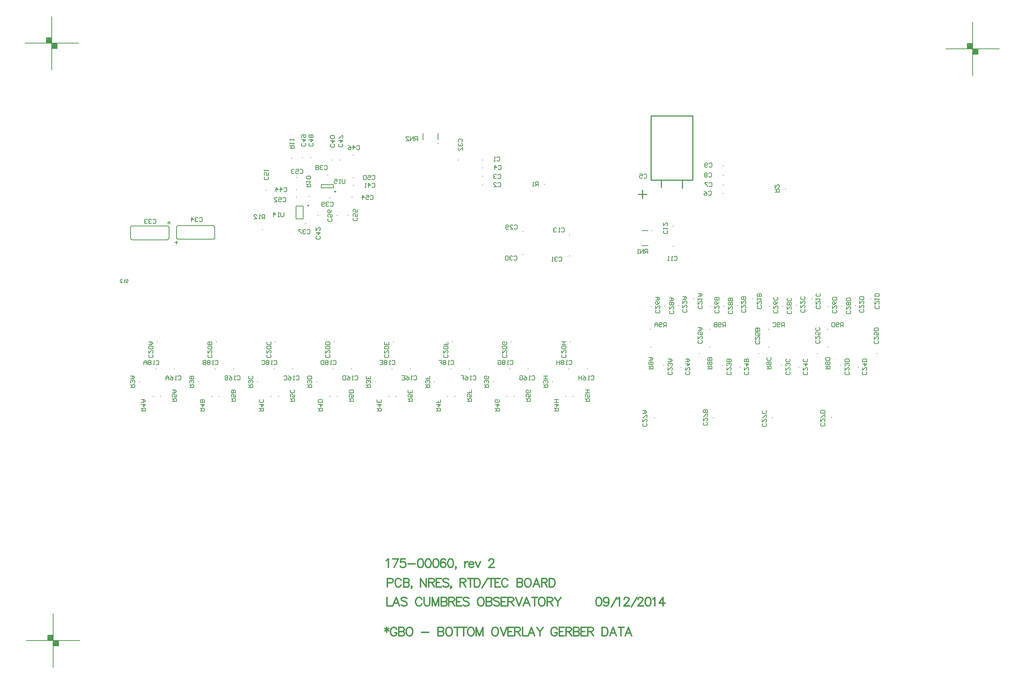
<source format=gbo>
%FSLAX23Y23*%
%MOIN*%
G70*
G01*
G75*
G04 Layer_Color=32896*
%ADD10R,0.217X0.120*%
%ADD11R,0.012X0.065*%
%ADD12R,0.065X0.012*%
%ADD13O,0.071X0.012*%
%ADD14O,0.012X0.071*%
%ADD15O,0.098X0.028*%
%ADD16R,0.280X0.100*%
%ADD17R,0.100X0.100*%
%ADD18R,0.264X0.030*%
%ADD19R,0.264X0.383*%
G04:AMPARAMS|DCode=20|XSize=17mil|YSize=50mil|CornerRadius=5mil|HoleSize=0mil|Usage=FLASHONLY|Rotation=180.000|XOffset=0mil|YOffset=0mil|HoleType=Round|Shape=RoundedRectangle|*
%AMROUNDEDRECTD20*
21,1,0.017,0.040,0,0,180.0*
21,1,0.007,0.050,0,0,180.0*
1,1,0.010,-0.003,0.020*
1,1,0.010,0.003,0.020*
1,1,0.010,0.003,-0.020*
1,1,0.010,-0.003,-0.020*
%
%ADD20ROUNDEDRECTD20*%
%ADD21R,0.126X0.071*%
%ADD22R,0.050X0.050*%
%ADD23R,0.050X0.050*%
%ADD24C,0.005*%
%ADD25C,0.010*%
%ADD26C,0.030*%
%ADD27C,0.050*%
%ADD28C,0.025*%
%ADD29C,0.012*%
%ADD30C,0.008*%
%ADD31C,0.012*%
%ADD32C,0.012*%
%ADD33C,0.060*%
%ADD34R,0.060X0.060*%
%ADD35C,0.024*%
%ADD36C,0.070*%
%ADD37R,0.115X0.115*%
%ADD38C,0.115*%
%ADD39C,0.080*%
%ADD40C,0.050*%
%ADD41C,0.094*%
%ADD42C,0.079*%
%ADD43R,0.079X0.079*%
%ADD44C,0.059*%
%ADD45R,0.059X0.059*%
%ADD46C,0.020*%
%ADD47C,0.040*%
%ADD48C,0.100*%
G04:AMPARAMS|DCode=49|XSize=90mil|YSize=90mil|CornerRadius=0mil|HoleSize=0mil|Usage=FLASHONLY|Rotation=0.000|XOffset=0mil|YOffset=0mil|HoleType=Round|Shape=Relief|Width=10mil|Gap=10mil|Entries=4|*
%AMTHD49*
7,0,0,0.090,0.070,0.010,45*
%
%ADD49THD49*%
G04:AMPARAMS|DCode=50|XSize=100mil|YSize=100mil|CornerRadius=0mil|HoleSize=0mil|Usage=FLASHONLY|Rotation=0.000|XOffset=0mil|YOffset=0mil|HoleType=Round|Shape=Relief|Width=10mil|Gap=10mil|Entries=4|*
%AMTHD50*
7,0,0,0.100,0.080,0.010,45*
%
%ADD50THD50*%
G04:AMPARAMS|DCode=51|XSize=138mil|YSize=138mil|CornerRadius=0mil|HoleSize=0mil|Usage=FLASHONLY|Rotation=0.000|XOffset=0mil|YOffset=0mil|HoleType=Round|Shape=Relief|Width=10mil|Gap=10mil|Entries=4|*
%AMTHD51*
7,0,0,0.138,0.118,0.010,45*
%
%ADD51THD51*%
%ADD52C,0.118*%
%ADD53C,0.092*%
%ADD54C,0.072*%
%ADD55C,0.134*%
%ADD56C,0.079*%
%ADD57C,0.075*%
G04:AMPARAMS|DCode=58|XSize=107.244mil|YSize=107.244mil|CornerRadius=0mil|HoleSize=0mil|Usage=FLASHONLY|Rotation=0.000|XOffset=0mil|YOffset=0mil|HoleType=Round|Shape=Relief|Width=10mil|Gap=10mil|Entries=4|*
%AMTHD58*
7,0,0,0.107,0.087,0.010,45*
%
%ADD58THD58*%
%ADD59C,0.087*%
G04:AMPARAMS|DCode=60|XSize=112mil|YSize=112mil|CornerRadius=0mil|HoleSize=0mil|Usage=FLASHONLY|Rotation=0.000|XOffset=0mil|YOffset=0mil|HoleType=Round|Shape=Relief|Width=10mil|Gap=10mil|Entries=4|*
%AMTHD60*
7,0,0,0.112,0.092,0.010,45*
%
%ADD60THD60*%
G04:AMPARAMS|DCode=61|XSize=70mil|YSize=70mil|CornerRadius=0mil|HoleSize=0mil|Usage=FLASHONLY|Rotation=0.000|XOffset=0mil|YOffset=0mil|HoleType=Round|Shape=Relief|Width=10mil|Gap=10mil|Entries=4|*
%AMTHD61*
7,0,0,0.070,0.050,0.010,45*
%
%ADD61THD61*%
%ADD62C,0.068*%
G04:AMPARAMS|DCode=63|XSize=88mil|YSize=88mil|CornerRadius=0mil|HoleSize=0mil|Usage=FLASHONLY|Rotation=0.000|XOffset=0mil|YOffset=0mil|HoleType=Round|Shape=Relief|Width=10mil|Gap=10mil|Entries=4|*
%AMTHD63*
7,0,0,0.088,0.068,0.010,45*
%
%ADD63THD63*%
%ADD64C,0.020*%
%ADD65C,0.054*%
G04:AMPARAMS|DCode=66|XSize=92mil|YSize=92mil|CornerRadius=0mil|HoleSize=0mil|Usage=FLASHONLY|Rotation=0.000|XOffset=0mil|YOffset=0mil|HoleType=Round|Shape=Relief|Width=10mil|Gap=10mil|Entries=4|*
%AMTHD66*
7,0,0,0.092,0.072,0.010,45*
%
%ADD66THD66*%
G04:AMPARAMS|DCode=67|XSize=95.433mil|YSize=95.433mil|CornerRadius=0mil|HoleSize=0mil|Usage=FLASHONLY|Rotation=0.000|XOffset=0mil|YOffset=0mil|HoleType=Round|Shape=Relief|Width=10mil|Gap=10mil|Entries=4|*
%AMTHD67*
7,0,0,0.095,0.075,0.010,45*
%
%ADD67THD67*%
%ADD68R,0.045X0.017*%
%ADD69R,0.024X0.037*%
%ADD70O,0.061X0.010*%
%ADD71R,0.017X0.045*%
%ADD72C,0.006*%
%ADD73C,0.010*%
%ADD74C,0.008*%
%ADD75C,0.024*%
%ADD76C,0.010*%
%ADD77C,0.007*%
%ADD78C,0.004*%
%ADD79R,0.222X0.128*%
%ADD80R,0.252X0.018*%
%ADD81R,0.252X0.371*%
%ADD82R,0.225X0.128*%
%ADD83R,0.020X0.073*%
%ADD84R,0.073X0.020*%
%ADD85O,0.079X0.020*%
%ADD86O,0.020X0.079*%
%ADD87O,0.106X0.036*%
%ADD88R,0.288X0.108*%
%ADD89R,0.108X0.108*%
%ADD90R,0.257X0.023*%
%ADD91R,0.257X0.376*%
G04:AMPARAMS|DCode=92|XSize=25mil|YSize=58mil|CornerRadius=9mil|HoleSize=0mil|Usage=FLASHONLY|Rotation=180.000|XOffset=0mil|YOffset=0mil|HoleType=Round|Shape=RoundedRectangle|*
%AMROUNDEDRECTD92*
21,1,0.025,0.040,0,0,180.0*
21,1,0.007,0.058,0,0,180.0*
1,1,0.018,-0.003,0.020*
1,1,0.018,0.003,0.020*
1,1,0.018,0.003,-0.020*
1,1,0.018,-0.003,-0.020*
%
%ADD92ROUNDEDRECTD92*%
%ADD93R,0.134X0.079*%
%ADD94R,0.058X0.058*%
%ADD95R,0.058X0.058*%
%ADD96R,0.068X0.068*%
%ADD97C,0.032*%
%ADD98C,0.078*%
%ADD99R,0.123X0.123*%
%ADD100C,0.123*%
%ADD101C,0.088*%
%ADD102C,0.058*%
%ADD103C,0.102*%
%ADD104C,0.072*%
%ADD105R,0.072X0.072*%
%ADD106C,0.067*%
%ADD107R,0.067X0.067*%
%ADD108C,0.087*%
%ADD109R,0.087X0.087*%
%ADD110R,1.344X0.312*%
%ADD111R,0.053X0.025*%
%ADD112R,0.032X0.045*%
%ADD113O,0.069X0.018*%
%ADD114R,0.025X0.053*%
D24*
X11119Y12006D02*
X11124Y12011D01*
X11134D01*
X11139Y12006D01*
Y12001D01*
X11134Y11996D01*
X11124D01*
X11119Y11991D01*
Y11986D01*
X11124Y11981D01*
X11134D01*
X11139Y11986D01*
X11109Y11981D02*
X11099D01*
X11104D01*
Y12011D01*
X11109Y12006D01*
X11064Y11981D02*
X11084D01*
X11064Y12001D01*
Y12006D01*
X11069Y12011D01*
X11079D01*
X11084Y12006D01*
D25*
X15944Y12809D02*
Y12849D01*
X15905Y12809D02*
X15944D01*
Y12770D02*
Y12809D01*
X15984D01*
X16024Y12943D02*
Y13543D01*
X16417D01*
Y12943D02*
Y13543D01*
X16024Y12943D02*
X16417D01*
X16319Y12864D02*
Y12943D01*
X16122Y12872D02*
Y12943D01*
D29*
X13557Y8758D02*
Y8712D01*
X13538Y8747D02*
X13576Y8724D01*
Y8747D02*
X13538Y8724D01*
X13650Y8739D02*
X13646Y8747D01*
X13638Y8754D01*
X13631Y8758D01*
X13615D01*
X13608Y8754D01*
X13600Y8747D01*
X13596Y8739D01*
X13592Y8728D01*
Y8708D01*
X13596Y8697D01*
X13600Y8689D01*
X13608Y8682D01*
X13615Y8678D01*
X13631D01*
X13638Y8682D01*
X13646Y8689D01*
X13650Y8697D01*
Y8708D01*
X13631D02*
X13650D01*
X13668Y8758D02*
Y8678D01*
Y8758D02*
X13702D01*
X13714Y8754D01*
X13717Y8750D01*
X13721Y8743D01*
Y8735D01*
X13717Y8728D01*
X13714Y8724D01*
X13702Y8720D01*
X13668D02*
X13702D01*
X13714Y8716D01*
X13717Y8712D01*
X13721Y8705D01*
Y8693D01*
X13717Y8686D01*
X13714Y8682D01*
X13702Y8678D01*
X13668D01*
X13762Y8758D02*
X13754Y8754D01*
X13747Y8747D01*
X13743Y8739D01*
X13739Y8728D01*
Y8708D01*
X13743Y8697D01*
X13747Y8689D01*
X13754Y8682D01*
X13762Y8678D01*
X13777D01*
X13785Y8682D01*
X13792Y8689D01*
X13796Y8697D01*
X13800Y8708D01*
Y8728D01*
X13796Y8739D01*
X13792Y8747D01*
X13785Y8754D01*
X13777Y8758D01*
X13762D01*
X13882Y8712D02*
X13950D01*
X14037Y8758D02*
Y8678D01*
Y8758D02*
X14071D01*
X14082Y8754D01*
X14086Y8750D01*
X14090Y8743D01*
Y8735D01*
X14086Y8728D01*
X14082Y8724D01*
X14071Y8720D01*
X14037D02*
X14071D01*
X14082Y8716D01*
X14086Y8712D01*
X14090Y8705D01*
Y8693D01*
X14086Y8686D01*
X14082Y8682D01*
X14071Y8678D01*
X14037D01*
X14131Y8758D02*
X14123Y8754D01*
X14115Y8747D01*
X14112Y8739D01*
X14108Y8728D01*
Y8708D01*
X14112Y8697D01*
X14115Y8689D01*
X14123Y8682D01*
X14131Y8678D01*
X14146D01*
X14153Y8682D01*
X14161Y8689D01*
X14165Y8697D01*
X14169Y8708D01*
Y8728D01*
X14165Y8739D01*
X14161Y8747D01*
X14153Y8754D01*
X14146Y8758D01*
X14131D01*
X14214D02*
Y8678D01*
X14187Y8758D02*
X14241D01*
X14277D02*
Y8678D01*
X14250Y8758D02*
X14304D01*
X14336D02*
X14328Y8754D01*
X14321Y8747D01*
X14317Y8739D01*
X14313Y8728D01*
Y8708D01*
X14317Y8697D01*
X14321Y8689D01*
X14328Y8682D01*
X14336Y8678D01*
X14351D01*
X14359Y8682D01*
X14366Y8689D01*
X14370Y8697D01*
X14374Y8708D01*
Y8728D01*
X14370Y8739D01*
X14366Y8747D01*
X14359Y8754D01*
X14351Y8758D01*
X14336D01*
X14393D02*
Y8678D01*
Y8758D02*
X14423Y8678D01*
X14454Y8758D02*
X14423Y8678D01*
X14454Y8758D02*
Y8678D01*
X14562Y8758D02*
X14555Y8754D01*
X14547Y8747D01*
X14543Y8739D01*
X14539Y8728D01*
Y8708D01*
X14543Y8697D01*
X14547Y8689D01*
X14555Y8682D01*
X14562Y8678D01*
X14577D01*
X14585Y8682D01*
X14593Y8689D01*
X14596Y8697D01*
X14600Y8708D01*
Y8728D01*
X14596Y8739D01*
X14593Y8747D01*
X14585Y8754D01*
X14577Y8758D01*
X14562D01*
X14619D02*
X14649Y8678D01*
X14680Y8758D02*
X14649Y8678D01*
X14740Y8758D02*
X14690D01*
Y8678D01*
X14740D01*
X14690Y8720D02*
X14721D01*
X14753Y8758D02*
Y8678D01*
Y8758D02*
X14787D01*
X14799Y8754D01*
X14802Y8750D01*
X14806Y8743D01*
Y8735D01*
X14802Y8728D01*
X14799Y8724D01*
X14787Y8720D01*
X14753D01*
X14780D02*
X14806Y8678D01*
X14824Y8758D02*
Y8678D01*
X14870D01*
X14940D02*
X14909Y8758D01*
X14879Y8678D01*
X14890Y8705D02*
X14928D01*
X14958Y8758D02*
X14989Y8720D01*
Y8678D01*
X15019Y8758D02*
X14989Y8720D01*
X15149Y8739D02*
X15146Y8747D01*
X15138Y8754D01*
X15130Y8758D01*
X15115D01*
X15108Y8754D01*
X15100Y8747D01*
X15096Y8739D01*
X15092Y8728D01*
Y8708D01*
X15096Y8697D01*
X15100Y8689D01*
X15108Y8682D01*
X15115Y8678D01*
X15130D01*
X15138Y8682D01*
X15146Y8689D01*
X15149Y8697D01*
Y8708D01*
X15130D02*
X15149D01*
X15217Y8758D02*
X15168D01*
Y8678D01*
X15217D01*
X15168Y8720D02*
X15198D01*
X15231Y8758D02*
Y8678D01*
Y8758D02*
X15265D01*
X15276Y8754D01*
X15280Y8750D01*
X15284Y8743D01*
Y8735D01*
X15280Y8728D01*
X15276Y8724D01*
X15265Y8720D01*
X15231D01*
X15257D02*
X15284Y8678D01*
X15302Y8758D02*
Y8678D01*
Y8758D02*
X15336D01*
X15348Y8754D01*
X15351Y8750D01*
X15355Y8743D01*
Y8735D01*
X15351Y8728D01*
X15348Y8724D01*
X15336Y8720D01*
X15302D02*
X15336D01*
X15348Y8716D01*
X15351Y8712D01*
X15355Y8705D01*
Y8693D01*
X15351Y8686D01*
X15348Y8682D01*
X15336Y8678D01*
X15302D01*
X15423Y8758D02*
X15373D01*
Y8678D01*
X15423D01*
X15373Y8720D02*
X15404D01*
X15436Y8758D02*
Y8678D01*
Y8758D02*
X15470D01*
X15482Y8754D01*
X15485Y8750D01*
X15489Y8743D01*
Y8735D01*
X15485Y8728D01*
X15482Y8724D01*
X15470Y8720D01*
X15436D01*
X15463D02*
X15489Y8678D01*
X15570Y8758D02*
Y8678D01*
Y8758D02*
X15597D01*
X15608Y8754D01*
X15616Y8747D01*
X15619Y8739D01*
X15623Y8728D01*
Y8708D01*
X15619Y8697D01*
X15616Y8689D01*
X15608Y8682D01*
X15597Y8678D01*
X15570D01*
X15702D02*
X15672Y8758D01*
X15641Y8678D01*
X15653Y8705D02*
X15691D01*
X15747Y8758D02*
Y8678D01*
X15721Y8758D02*
X15774D01*
X15845Y8678D02*
X15814Y8758D01*
X15784Y8678D01*
X15795Y8705D02*
X15833D01*
D30*
X11521Y12497D02*
X11517Y12507D01*
X11507Y12511D01*
Y12383D02*
X11517Y12387D01*
X11521Y12397D01*
X11163D02*
X11167Y12387D01*
X11177Y12383D01*
Y12511D02*
X11167Y12507D01*
X11163Y12497D01*
X11592Y12402D02*
X11596Y12392D01*
X11606Y12388D01*
Y12516D02*
X11596Y12512D01*
X11592Y12502D01*
X11950D02*
X11946Y12512D01*
X11936Y12516D01*
Y12388D02*
X11946Y12392D01*
X11950Y12402D01*
X11177Y12383D02*
X11507D01*
X11177Y12511D02*
X11507D01*
X11521Y12397D02*
Y12497D01*
X11163Y12397D02*
Y12497D01*
X11606Y12516D02*
X11936D01*
X11606Y12388D02*
X11936D01*
X11592Y12402D02*
Y12502D01*
X11950Y12402D02*
Y12502D01*
X15994Y12256D02*
Y12296D01*
X15974D01*
X15967Y12290D01*
Y12276D01*
X15974Y12270D01*
X15994D01*
X15980D02*
X15967Y12256D01*
X15954D02*
Y12296D01*
X15927Y12256D01*
Y12296D01*
X15914Y12256D02*
X15900D01*
X15907D01*
Y12296D01*
X15914Y12290D01*
X15959Y12991D02*
X15966Y12997D01*
X15979D01*
X15986Y12991D01*
Y12964D01*
X15979Y12957D01*
X15966D01*
X15959Y12964D01*
X15919Y12997D02*
X15946D01*
Y12977D01*
X15932Y12984D01*
X15926D01*
X15919Y12977D01*
Y12964D01*
X15926Y12957D01*
X15939D01*
X15946Y12964D01*
X13165Y12949D02*
Y12916D01*
X13158Y12909D01*
X13145D01*
X13138Y12916D01*
Y12949D01*
X13125Y12909D02*
X13111D01*
X13118D01*
Y12949D01*
X13125Y12943D01*
X13065Y12949D02*
X13091D01*
Y12929D01*
X13078Y12936D01*
X13071D01*
X13065Y12929D01*
Y12916D01*
X13071Y12909D01*
X13085D01*
X13091Y12916D01*
X12594Y12639D02*
Y12606D01*
X12587Y12599D01*
X12574D01*
X12567Y12606D01*
Y12639D01*
X12554Y12599D02*
X12540D01*
X12547D01*
Y12639D01*
X12554Y12633D01*
X12500Y12599D02*
Y12639D01*
X12520Y12619D01*
X12494D01*
X12652Y13239D02*
X12692D01*
Y13259D01*
X12685Y13266D01*
X12672D01*
X12665Y13259D01*
Y13239D01*
Y13253D02*
X12652Y13266D01*
Y13279D02*
Y13293D01*
Y13286D01*
X12692D01*
X12685Y13279D01*
X12652Y13313D02*
Y13326D01*
Y13319D01*
X12692D01*
X12685Y13313D01*
X12807Y12877D02*
X12847D01*
Y12897D01*
X12840Y12904D01*
X12827D01*
X12820Y12897D01*
Y12877D01*
Y12891D02*
X12807Y12904D01*
Y12917D02*
Y12931D01*
Y12924D01*
X12847D01*
X12840Y12917D01*
Y12951D02*
X12847Y12957D01*
Y12971D01*
X12840Y12977D01*
X12813D01*
X12807Y12971D01*
Y12957D01*
X12813Y12951D01*
X12840D01*
X13038Y12581D02*
X13045Y12574D01*
Y12561D01*
X13038Y12554D01*
X13011D01*
X13005Y12561D01*
Y12574D01*
X13011Y12581D01*
X13045Y12621D02*
Y12594D01*
X13025D01*
X13031Y12608D01*
Y12614D01*
X13025Y12621D01*
X13011D01*
X13005Y12614D01*
Y12601D01*
X13011Y12594D01*
X13045Y12661D02*
X13038Y12648D01*
X13025Y12634D01*
X13011D01*
X13005Y12641D01*
Y12654D01*
X13011Y12661D01*
X13018D01*
X13025Y12654D01*
Y12634D01*
X13274Y12589D02*
X13281Y12582D01*
Y12569D01*
X13274Y12562D01*
X13247D01*
X13241Y12569D01*
Y12582D01*
X13247Y12589D01*
X13281Y12629D02*
Y12602D01*
X13261D01*
X13267Y12616D01*
Y12622D01*
X13261Y12629D01*
X13247D01*
X13241Y12622D01*
Y12609D01*
X13247Y12602D01*
X13281Y12669D02*
Y12642D01*
X13261D01*
X13267Y12656D01*
Y12662D01*
X13261Y12669D01*
X13247D01*
X13241Y12662D01*
Y12649D01*
X13247Y12642D01*
X13402Y12792D02*
X13409Y12798D01*
X13422D01*
X13429Y12792D01*
Y12765D01*
X13422Y12758D01*
X13409D01*
X13402Y12765D01*
X13362Y12798D02*
X13389D01*
Y12778D01*
X13375Y12785D01*
X13369D01*
X13362Y12778D01*
Y12765D01*
X13369Y12758D01*
X13382D01*
X13389Y12765D01*
X13329Y12758D02*
Y12798D01*
X13349Y12778D01*
X13322D01*
X12744Y13037D02*
X12751Y13043D01*
X12764D01*
X12771Y13037D01*
Y13010D01*
X12764Y13003D01*
X12751D01*
X12744Y13010D01*
X12704Y13043D02*
X12731D01*
Y13023D01*
X12717Y13030D01*
X12711D01*
X12704Y13023D01*
Y13010D01*
X12711Y13003D01*
X12724D01*
X12731Y13010D01*
X12691Y13037D02*
X12684Y13043D01*
X12671D01*
X12664Y13037D01*
Y13030D01*
X12671Y13023D01*
X12677D01*
X12671D01*
X12664Y13017D01*
Y13010D01*
X12671Y13003D01*
X12684D01*
X12691Y13010D01*
X12585Y12773D02*
X12592Y12779D01*
X12605D01*
X12612Y12773D01*
Y12746D01*
X12605Y12739D01*
X12592D01*
X12585Y12746D01*
X12545Y12779D02*
X12572D01*
Y12759D01*
X12558Y12766D01*
X12552D01*
X12545Y12759D01*
Y12746D01*
X12552Y12739D01*
X12565D01*
X12572Y12746D01*
X12505Y12739D02*
X12532D01*
X12505Y12766D01*
Y12773D01*
X12512Y12779D01*
X12525D01*
X12532Y12773D01*
X12444Y12973D02*
X12451Y12966D01*
Y12953D01*
X12444Y12946D01*
X12417D01*
X12411Y12953D01*
Y12966D01*
X12417Y12973D01*
X12451Y13013D02*
Y12986D01*
X12431D01*
X12437Y13000D01*
Y13006D01*
X12431Y13013D01*
X12417D01*
X12411Y13006D01*
Y12993D01*
X12417Y12986D01*
X12411Y13026D02*
Y13040D01*
Y13033D01*
X12451D01*
X12444Y13026D01*
X13420Y12980D02*
X13427Y12986D01*
X13440D01*
X13447Y12980D01*
Y12953D01*
X13440Y12946D01*
X13427D01*
X13420Y12953D01*
X13380Y12986D02*
X13407D01*
Y12966D01*
X13393Y12973D01*
X13387D01*
X13380Y12966D01*
Y12953D01*
X13387Y12946D01*
X13400D01*
X13407Y12953D01*
X13367Y12980D02*
X13360Y12986D01*
X13347D01*
X13340Y12980D01*
Y12953D01*
X13347Y12946D01*
X13360D01*
X13367Y12953D01*
Y12980D01*
X12791Y13286D02*
X12798Y13279D01*
Y13266D01*
X12791Y13259D01*
X12764D01*
X12758Y13266D01*
Y13279D01*
X12764Y13286D01*
X12758Y13319D02*
X12798D01*
X12778Y13299D01*
Y13326D01*
X12764Y13339D02*
X12758Y13346D01*
Y13359D01*
X12764Y13366D01*
X12791D01*
X12798Y13359D01*
Y13346D01*
X12791Y13339D01*
X12784D01*
X12778Y13346D01*
Y13366D01*
X12861Y13286D02*
X12868Y13279D01*
Y13266D01*
X12861Y13259D01*
X12834D01*
X12828Y13266D01*
Y13279D01*
X12834Y13286D01*
X12828Y13319D02*
X12868D01*
X12848Y13299D01*
Y13326D01*
X12861Y13339D02*
X12868Y13346D01*
Y13359D01*
X12861Y13366D01*
X12854D01*
X12848Y13359D01*
X12841Y13366D01*
X12834D01*
X12828Y13359D01*
Y13346D01*
X12834Y13339D01*
X12841D01*
X12848Y13346D01*
X12854Y13339D01*
X12861D01*
X12848Y13346D02*
Y13359D01*
X13138Y13278D02*
X13145Y13271D01*
Y13258D01*
X13138Y13251D01*
X13111D01*
X13105Y13258D01*
Y13271D01*
X13111Y13278D01*
X13105Y13311D02*
X13145D01*
X13125Y13291D01*
Y13318D01*
X13145Y13331D02*
Y13358D01*
X13138D01*
X13111Y13331D01*
X13105D01*
X13275Y13260D02*
X13282Y13266D01*
X13295D01*
X13302Y13260D01*
Y13233D01*
X13295Y13226D01*
X13282D01*
X13275Y13233D01*
X13242Y13226D02*
Y13266D01*
X13262Y13246D01*
X13235D01*
X13195Y13266D02*
X13208Y13260D01*
X13222Y13246D01*
Y13233D01*
X13215Y13226D01*
X13202D01*
X13195Y13233D01*
Y13240D01*
X13202Y13246D01*
X13222D01*
X12594Y12865D02*
X12601Y12871D01*
X12614D01*
X12621Y12865D01*
Y12838D01*
X12614Y12831D01*
X12601D01*
X12594Y12838D01*
X12561Y12831D02*
Y12871D01*
X12581Y12851D01*
X12554D01*
X12521Y12831D02*
Y12871D01*
X12541Y12851D01*
X12514D01*
X13844Y13310D02*
Y13350D01*
X13824D01*
X13817Y13344D01*
Y13330D01*
X13824Y13324D01*
X13844D01*
X13830D02*
X13817Y13310D01*
X13804D02*
Y13350D01*
X13777Y13310D01*
Y13350D01*
X13737Y13310D02*
X13764D01*
X13737Y13337D01*
Y13344D01*
X13744Y13350D01*
X13757D01*
X13764Y13344D01*
X17823Y11567D02*
Y11607D01*
X17803D01*
X17797Y11601D01*
Y11587D01*
X17803Y11581D01*
X17823D01*
X17810D02*
X17797Y11567D01*
X17783Y11574D02*
X17777Y11567D01*
X17763D01*
X17757Y11574D01*
Y11601D01*
X17763Y11607D01*
X17777D01*
X17783Y11601D01*
Y11594D01*
X17777Y11587D01*
X17757D01*
X17743Y11607D02*
Y11567D01*
X17723D01*
X17717Y11574D01*
Y11601D01*
X17723Y11607D01*
X17743D01*
X17272Y11567D02*
Y11607D01*
X17252D01*
X17246Y11601D01*
Y11587D01*
X17252Y11581D01*
X17272D01*
X17259D02*
X17246Y11567D01*
X17232Y11574D02*
X17226Y11567D01*
X17212D01*
X17206Y11574D01*
Y11601D01*
X17212Y11607D01*
X17226D01*
X17232Y11601D01*
Y11594D01*
X17226Y11587D01*
X17206D01*
X17166Y11601D02*
X17172Y11607D01*
X17186D01*
X17192Y11601D01*
Y11574D01*
X17186Y11567D01*
X17172D01*
X17166Y11574D01*
X16721Y11567D02*
Y11607D01*
X16701D01*
X16694Y11601D01*
Y11587D01*
X16701Y11581D01*
X16721D01*
X16708D02*
X16694Y11567D01*
X16681Y11574D02*
X16674Y11567D01*
X16661D01*
X16654Y11574D01*
Y11601D01*
X16661Y11607D01*
X16674D01*
X16681Y11601D01*
Y11594D01*
X16674Y11587D01*
X16654D01*
X16641Y11607D02*
Y11567D01*
X16621D01*
X16614Y11574D01*
Y11581D01*
X16621Y11587D01*
X16641D01*
X16621D01*
X16614Y11594D01*
Y11601D01*
X16621Y11607D01*
X16641D01*
X16170Y11567D02*
Y11607D01*
X16150D01*
X16143Y11601D01*
Y11587D01*
X16150Y11581D01*
X16170D01*
X16157D02*
X16143Y11567D01*
X16130Y11574D02*
X16123Y11567D01*
X16110D01*
X16103Y11574D01*
Y11601D01*
X16110Y11607D01*
X16123D01*
X16130Y11601D01*
Y11594D01*
X16123Y11587D01*
X16103D01*
X16090Y11567D02*
Y11594D01*
X16077Y11607D01*
X16063Y11594D01*
Y11567D01*
Y11587D01*
X16090D01*
X17659Y11174D02*
X17699D01*
Y11194D01*
X17693Y11201D01*
X17679D01*
X17673Y11194D01*
Y11174D01*
Y11188D02*
X17659Y11201D01*
X17693Y11214D02*
X17699Y11221D01*
Y11234D01*
X17693Y11241D01*
X17686D01*
X17679Y11234D01*
X17673Y11241D01*
X17666D01*
X17659Y11234D01*
Y11221D01*
X17666Y11214D01*
X17673D01*
X17679Y11221D01*
X17686Y11214D01*
X17693D01*
X17679Y11221D02*
Y11234D01*
X17699Y11254D02*
X17659D01*
Y11274D01*
X17666Y11281D01*
X17693D01*
X17699Y11274D01*
Y11254D01*
X17108Y11174D02*
X17148D01*
Y11194D01*
X17142Y11201D01*
X17128D01*
X17122Y11194D01*
Y11174D01*
Y11188D02*
X17108Y11201D01*
X17142Y11214D02*
X17148Y11221D01*
Y11234D01*
X17142Y11241D01*
X17135D01*
X17128Y11234D01*
X17122Y11241D01*
X17115D01*
X17108Y11234D01*
Y11221D01*
X17115Y11214D01*
X17122D01*
X17128Y11221D01*
X17135Y11214D01*
X17142D01*
X17128Y11221D02*
Y11234D01*
X17142Y11281D02*
X17148Y11274D01*
Y11261D01*
X17142Y11254D01*
X17115D01*
X17108Y11261D01*
Y11274D01*
X17115Y11281D01*
X16557Y11174D02*
X16597D01*
Y11194D01*
X16590Y11201D01*
X16577D01*
X16570Y11194D01*
Y11174D01*
Y11188D02*
X16557Y11201D01*
X16590Y11214D02*
X16597Y11221D01*
Y11234D01*
X16590Y11241D01*
X16584D01*
X16577Y11234D01*
X16570Y11241D01*
X16564D01*
X16557Y11234D01*
Y11221D01*
X16564Y11214D01*
X16570D01*
X16577Y11221D01*
X16584Y11214D01*
X16590D01*
X16577Y11221D02*
Y11234D01*
X16597Y11254D02*
X16557D01*
Y11274D01*
X16564Y11281D01*
X16570D01*
X16577Y11274D01*
Y11254D01*
Y11274D01*
X16584Y11281D01*
X16590D01*
X16597Y11274D01*
Y11254D01*
X16006Y11174D02*
X16046D01*
Y11194D01*
X16039Y11201D01*
X16026D01*
X16019Y11194D01*
Y11174D01*
Y11188D02*
X16006Y11201D01*
X16039Y11214D02*
X16046Y11221D01*
Y11234D01*
X16039Y11241D01*
X16032D01*
X16026Y11234D01*
X16019Y11241D01*
X16013D01*
X16006Y11234D01*
Y11221D01*
X16013Y11214D01*
X16019D01*
X16026Y11221D01*
X16032Y11214D01*
X16039D01*
X16026Y11221D02*
Y11234D01*
X16006Y11254D02*
X16032D01*
X16046Y11268D01*
X16032Y11281D01*
X16006D01*
X16026D01*
Y11254D01*
X15411Y10871D02*
X15451D01*
Y10891D01*
X15444Y10898D01*
X15431D01*
X15424Y10891D01*
Y10871D01*
Y10885D02*
X15411Y10898D01*
X15451Y10938D02*
Y10911D01*
X15431D01*
X15437Y10925D01*
Y10931D01*
X15431Y10938D01*
X15417D01*
X15411Y10931D01*
Y10918D01*
X15417Y10911D01*
X15451Y10951D02*
X15411D01*
X15431D01*
Y10978D01*
X15451D01*
X15411D01*
X14859Y10871D02*
X14899D01*
Y10891D01*
X14893Y10898D01*
X14879D01*
X14873Y10891D01*
Y10871D01*
Y10885D02*
X14859Y10898D01*
X14899Y10938D02*
Y10911D01*
X14879D01*
X14886Y10925D01*
Y10931D01*
X14879Y10938D01*
X14866D01*
X14859Y10931D01*
Y10918D01*
X14866Y10911D01*
X14893Y10978D02*
X14899Y10971D01*
Y10958D01*
X14893Y10951D01*
X14866D01*
X14859Y10958D01*
Y10971D01*
X14866Y10978D01*
X14879D01*
Y10965D01*
X14308Y10871D02*
X14348D01*
Y10891D01*
X14342Y10898D01*
X14328D01*
X14322Y10891D01*
Y10871D01*
Y10885D02*
X14308Y10898D01*
X14348Y10938D02*
Y10911D01*
X14328D01*
X14335Y10925D01*
Y10931D01*
X14328Y10938D01*
X14315D01*
X14308Y10931D01*
Y10918D01*
X14315Y10911D01*
X14348Y10978D02*
Y10951D01*
X14328D01*
Y10965D01*
Y10951D01*
X14308D01*
X13757Y10871D02*
X13797D01*
Y10891D01*
X13790Y10898D01*
X13777D01*
X13770Y10891D01*
Y10871D01*
Y10885D02*
X13757Y10898D01*
X13797Y10938D02*
Y10911D01*
X13777D01*
X13784Y10925D01*
Y10931D01*
X13777Y10938D01*
X13764D01*
X13757Y10931D01*
Y10918D01*
X13764Y10911D01*
X13797Y10978D02*
Y10951D01*
X13757D01*
Y10978D01*
X13777Y10951D02*
Y10965D01*
X13206Y10871D02*
X13246D01*
Y10891D01*
X13239Y10898D01*
X13226D01*
X13219Y10891D01*
Y10871D01*
Y10885D02*
X13206Y10898D01*
X13246Y10938D02*
Y10911D01*
X13226D01*
X13233Y10925D01*
Y10931D01*
X13226Y10938D01*
X13213D01*
X13206Y10931D01*
Y10918D01*
X13213Y10911D01*
X13246Y10951D02*
X13206D01*
Y10971D01*
X13213Y10978D01*
X13239D01*
X13246Y10971D01*
Y10951D01*
X12655Y10871D02*
X12695D01*
Y10891D01*
X12688Y10898D01*
X12675D01*
X12668Y10891D01*
Y10871D01*
Y10885D02*
X12655Y10898D01*
X12695Y10938D02*
Y10911D01*
X12675D01*
X12681Y10925D01*
Y10931D01*
X12675Y10938D01*
X12661D01*
X12655Y10931D01*
Y10918D01*
X12661Y10911D01*
X12688Y10978D02*
X12695Y10971D01*
Y10958D01*
X12688Y10951D01*
X12661D01*
X12655Y10958D01*
Y10971D01*
X12661Y10978D01*
X12104Y10871D02*
X12143D01*
Y10891D01*
X12137Y10898D01*
X12123D01*
X12117Y10891D01*
Y10871D01*
Y10885D02*
X12104Y10898D01*
X12143Y10938D02*
Y10911D01*
X12123D01*
X12130Y10925D01*
Y10931D01*
X12123Y10938D01*
X12110D01*
X12104Y10931D01*
Y10918D01*
X12110Y10911D01*
X12143Y10951D02*
X12104D01*
Y10971D01*
X12110Y10978D01*
X12117D01*
X12123Y10971D01*
Y10951D01*
Y10971D01*
X12130Y10978D01*
X12137D01*
X12143Y10971D01*
Y10951D01*
X11552Y10871D02*
X11592D01*
Y10891D01*
X11586Y10898D01*
X11572D01*
X11566Y10891D01*
Y10871D01*
Y10885D02*
X11552Y10898D01*
X11592Y10938D02*
Y10911D01*
X11572D01*
X11579Y10925D01*
Y10931D01*
X11572Y10938D01*
X11559D01*
X11552Y10931D01*
Y10918D01*
X11559Y10911D01*
X11552Y10951D02*
X11579D01*
X11592Y10965D01*
X11579Y10978D01*
X11552D01*
X11572D01*
Y10951D01*
X15121Y10781D02*
X15161D01*
Y10801D01*
X15154Y10808D01*
X15141D01*
X15134Y10801D01*
Y10781D01*
Y10795D02*
X15121Y10808D01*
Y10841D02*
X15161D01*
X15141Y10821D01*
Y10848D01*
X15161Y10861D02*
X15121D01*
X15141D01*
Y10888D01*
X15161D01*
X15121D01*
X14569Y10781D02*
X14609D01*
Y10801D01*
X14603Y10808D01*
X14589D01*
X14583Y10801D01*
Y10781D01*
Y10795D02*
X14569Y10808D01*
Y10841D02*
X14609D01*
X14589Y10821D01*
Y10848D01*
X14603Y10888D02*
X14609Y10881D01*
Y10868D01*
X14603Y10861D01*
X14576D01*
X14569Y10868D01*
Y10881D01*
X14576Y10888D01*
X14589D01*
Y10875D01*
X14018Y10781D02*
X14058D01*
Y10801D01*
X14052Y10808D01*
X14038D01*
X14032Y10801D01*
Y10781D01*
Y10795D02*
X14018Y10808D01*
Y10841D02*
X14058D01*
X14038Y10821D01*
Y10848D01*
X14058Y10888D02*
Y10861D01*
X14038D01*
Y10875D01*
Y10861D01*
X14018D01*
X13467Y10781D02*
X13507D01*
Y10801D01*
X13500Y10808D01*
X13487D01*
X13480Y10801D01*
Y10781D01*
Y10795D02*
X13467Y10808D01*
Y10841D02*
X13507D01*
X13487Y10821D01*
Y10848D01*
X13507Y10888D02*
Y10861D01*
X13467D01*
Y10888D01*
X13487Y10861D02*
Y10875D01*
X12916Y10781D02*
X12956D01*
Y10801D01*
X12949Y10808D01*
X12936D01*
X12929Y10801D01*
Y10781D01*
Y10795D02*
X12916Y10808D01*
Y10841D02*
X12956D01*
X12936Y10821D01*
Y10848D01*
X12956Y10861D02*
X12916D01*
Y10881D01*
X12923Y10888D01*
X12949D01*
X12956Y10881D01*
Y10861D01*
X12365Y10781D02*
X12405D01*
Y10801D01*
X12398Y10808D01*
X12385D01*
X12378Y10801D01*
Y10781D01*
Y10795D02*
X12365Y10808D01*
Y10841D02*
X12405D01*
X12385Y10821D01*
Y10848D01*
X12398Y10888D02*
X12405Y10881D01*
Y10868D01*
X12398Y10861D01*
X12371D01*
X12365Y10868D01*
Y10881D01*
X12371Y10888D01*
X11814Y10781D02*
X11853D01*
Y10801D01*
X11847Y10808D01*
X11833D01*
X11827Y10801D01*
Y10781D01*
Y10795D02*
X11814Y10808D01*
Y10841D02*
X11853D01*
X11833Y10821D01*
Y10848D01*
X11853Y10861D02*
X11814D01*
Y10881D01*
X11820Y10888D01*
X11827D01*
X11833Y10881D01*
Y10861D01*
Y10881D01*
X11840Y10888D01*
X11847D01*
X11853Y10881D01*
Y10861D01*
X11262Y10781D02*
X11302D01*
Y10801D01*
X11296Y10808D01*
X11282D01*
X11276Y10801D01*
Y10781D01*
Y10795D02*
X11262Y10808D01*
Y10841D02*
X11302D01*
X11282Y10821D01*
Y10848D01*
X11262Y10861D02*
X11289D01*
X11302Y10875D01*
X11289Y10888D01*
X11262D01*
X11282D01*
Y10861D01*
X15021Y11001D02*
X15061D01*
Y11021D01*
X15054Y11028D01*
X15041D01*
X15034Y11021D01*
Y11001D01*
Y11015D02*
X15021Y11028D01*
X15054Y11041D02*
X15061Y11048D01*
Y11061D01*
X15054Y11068D01*
X15047D01*
X15041Y11061D01*
Y11055D01*
Y11061D01*
X15034Y11068D01*
X15027D01*
X15021Y11061D01*
Y11048D01*
X15027Y11041D01*
X15061Y11081D02*
X15021D01*
X15041D01*
Y11108D01*
X15061D01*
X15021D01*
X14469Y11001D02*
X14509D01*
Y11021D01*
X14503Y11028D01*
X14489D01*
X14483Y11021D01*
Y11001D01*
Y11015D02*
X14469Y11028D01*
X14503Y11041D02*
X14509Y11048D01*
Y11061D01*
X14503Y11068D01*
X14496D01*
X14489Y11061D01*
Y11055D01*
Y11061D01*
X14483Y11068D01*
X14476D01*
X14469Y11061D01*
Y11048D01*
X14476Y11041D01*
X14503Y11108D02*
X14509Y11101D01*
Y11088D01*
X14503Y11081D01*
X14476D01*
X14469Y11088D01*
Y11101D01*
X14476Y11108D01*
X14489D01*
Y11095D01*
X13918Y11001D02*
X13958D01*
Y11021D01*
X13952Y11028D01*
X13938D01*
X13932Y11021D01*
Y11001D01*
Y11015D02*
X13918Y11028D01*
X13952Y11041D02*
X13958Y11048D01*
Y11061D01*
X13952Y11068D01*
X13945D01*
X13938Y11061D01*
Y11055D01*
Y11061D01*
X13932Y11068D01*
X13925D01*
X13918Y11061D01*
Y11048D01*
X13925Y11041D01*
X13958Y11108D02*
Y11081D01*
X13938D01*
Y11095D01*
Y11081D01*
X13918D01*
X13367Y11001D02*
X13407D01*
Y11021D01*
X13400Y11028D01*
X13387D01*
X13380Y11021D01*
Y11001D01*
Y11015D02*
X13367Y11028D01*
X13400Y11041D02*
X13407Y11048D01*
Y11061D01*
X13400Y11068D01*
X13394D01*
X13387Y11061D01*
Y11055D01*
Y11061D01*
X13380Y11068D01*
X13374D01*
X13367Y11061D01*
Y11048D01*
X13374Y11041D01*
X13407Y11108D02*
Y11081D01*
X13367D01*
Y11108D01*
X13387Y11081D02*
Y11095D01*
X12816Y11001D02*
X12856D01*
Y11021D01*
X12849Y11028D01*
X12836D01*
X12829Y11021D01*
Y11001D01*
Y11015D02*
X12816Y11028D01*
X12849Y11041D02*
X12856Y11048D01*
Y11061D01*
X12849Y11068D01*
X12843D01*
X12836Y11061D01*
Y11055D01*
Y11061D01*
X12829Y11068D01*
X12823D01*
X12816Y11061D01*
Y11048D01*
X12823Y11041D01*
X12856Y11081D02*
X12816D01*
Y11101D01*
X12823Y11108D01*
X12849D01*
X12856Y11101D01*
Y11081D01*
X12265Y11001D02*
X12305D01*
Y11021D01*
X12298Y11028D01*
X12285D01*
X12278Y11021D01*
Y11001D01*
Y11015D02*
X12265Y11028D01*
X12298Y11041D02*
X12305Y11048D01*
Y11061D01*
X12298Y11068D01*
X12291D01*
X12285Y11061D01*
Y11055D01*
Y11061D01*
X12278Y11068D01*
X12271D01*
X12265Y11061D01*
Y11048D01*
X12271Y11041D01*
X12298Y11108D02*
X12305Y11101D01*
Y11088D01*
X12298Y11081D01*
X12271D01*
X12265Y11088D01*
Y11101D01*
X12271Y11108D01*
X11714Y11001D02*
X11753D01*
Y11021D01*
X11747Y11028D01*
X11733D01*
X11727Y11021D01*
Y11001D01*
Y11015D02*
X11714Y11028D01*
X11747Y11041D02*
X11753Y11048D01*
Y11061D01*
X11747Y11068D01*
X11740D01*
X11733Y11061D01*
Y11055D01*
Y11061D01*
X11727Y11068D01*
X11720D01*
X11714Y11061D01*
Y11048D01*
X11720Y11041D01*
X11753Y11081D02*
X11714D01*
Y11101D01*
X11720Y11108D01*
X11727D01*
X11733Y11101D01*
Y11081D01*
Y11101D01*
X11740Y11108D01*
X11747D01*
X11753Y11101D01*
Y11081D01*
X11162Y11001D02*
X11202D01*
Y11021D01*
X11196Y11028D01*
X11182D01*
X11176Y11021D01*
Y11001D01*
Y11015D02*
X11162Y11028D01*
X11196Y11041D02*
X11202Y11048D01*
Y11061D01*
X11196Y11068D01*
X11189D01*
X11182Y11061D01*
Y11055D01*
Y11061D01*
X11176Y11068D01*
X11169D01*
X11162Y11061D01*
Y11048D01*
X11169Y11041D01*
X11162Y11081D02*
X11189D01*
X11202Y11095D01*
X11189Y11108D01*
X11162D01*
X11182D01*
Y11081D01*
X17186Y12830D02*
X17226D01*
Y12850D01*
X17219Y12857D01*
X17206D01*
X17199Y12850D01*
Y12830D01*
Y12844D02*
X17186Y12857D01*
Y12897D02*
Y12870D01*
X17212Y12897D01*
X17219D01*
X17226Y12890D01*
Y12877D01*
X17219Y12870D01*
X14973Y12885D02*
Y12925D01*
X14953D01*
X14946Y12919D01*
Y12905D01*
X14953Y12899D01*
X14973D01*
X14959D02*
X14946Y12885D01*
X14933D02*
X14919D01*
X14926D01*
Y12925D01*
X14933Y12919D01*
X11804Y12586D02*
X11811Y12592D01*
X11824D01*
X11831Y12586D01*
Y12559D01*
X11824Y12552D01*
X11811D01*
X11804Y12559D01*
X11791Y12586D02*
X11784Y12592D01*
X11771D01*
X11764Y12586D01*
Y12579D01*
X11771Y12572D01*
X11777D01*
X11771D01*
X11764Y12566D01*
Y12559D01*
X11771Y12552D01*
X11784D01*
X11791Y12559D01*
X11731Y12552D02*
Y12592D01*
X11751Y12572D01*
X11724D01*
X11372Y12568D02*
X11379Y12574D01*
X11392D01*
X11399Y12568D01*
Y12541D01*
X11392Y12534D01*
X11379D01*
X11372Y12541D01*
X11359Y12568D02*
X11352Y12574D01*
X11339D01*
X11332Y12568D01*
Y12561D01*
X11339Y12554D01*
X11345D01*
X11339D01*
X11332Y12548D01*
Y12541D01*
X11339Y12534D01*
X11352D01*
X11359Y12541D01*
X11319Y12568D02*
X11312Y12574D01*
X11299D01*
X11292Y12568D01*
Y12561D01*
X11299Y12554D01*
X11305D01*
X11299D01*
X11292Y12548D01*
Y12541D01*
X11299Y12534D01*
X11312D01*
X11319Y12541D01*
X14230Y13300D02*
X14224Y13306D01*
Y13320D01*
X14230Y13326D01*
X14257D01*
X14264Y13320D01*
Y13306D01*
X14257Y13300D01*
X14230Y13286D02*
X14224Y13280D01*
Y13266D01*
X14230Y13260D01*
X14237D01*
X14244Y13266D01*
Y13273D01*
Y13266D01*
X14250Y13260D01*
X14257D01*
X14264Y13266D01*
Y13280D01*
X14257Y13286D01*
X14264Y13220D02*
Y13246D01*
X14237Y13220D01*
X14230D01*
X14224Y13226D01*
Y13240D01*
X14230Y13246D01*
X15165Y12216D02*
X15172Y12222D01*
X15185D01*
X15192Y12216D01*
Y12189D01*
X15185Y12182D01*
X15172D01*
X15165Y12189D01*
X15152Y12216D02*
X15145Y12222D01*
X15132D01*
X15125Y12216D01*
Y12209D01*
X15132Y12202D01*
X15138D01*
X15132D01*
X15125Y12196D01*
Y12189D01*
X15132Y12182D01*
X15145D01*
X15152Y12189D01*
X15112Y12182D02*
X15098D01*
X15105D01*
Y12222D01*
X15112Y12216D01*
X14746Y12225D02*
X14753Y12231D01*
X14766D01*
X14773Y12225D01*
Y12198D01*
X14766Y12191D01*
X14753D01*
X14746Y12198D01*
X14733Y12225D02*
X14726Y12231D01*
X14713D01*
X14706Y12225D01*
Y12218D01*
X14713Y12211D01*
X14719D01*
X14713D01*
X14706Y12205D01*
Y12198D01*
X14713Y12191D01*
X14726D01*
X14733Y12198D01*
X14693Y12225D02*
X14686Y12231D01*
X14673D01*
X14666Y12225D01*
Y12198D01*
X14673Y12191D01*
X14686D01*
X14693Y12198D01*
Y12225D01*
X14748Y12516D02*
X14755Y12522D01*
X14768D01*
X14775Y12516D01*
Y12489D01*
X14768Y12482D01*
X14755D01*
X14748Y12489D01*
X14708Y12482D02*
X14735D01*
X14708Y12509D01*
Y12516D01*
X14715Y12522D01*
X14728D01*
X14735Y12516D01*
X14695Y12489D02*
X14688Y12482D01*
X14675D01*
X14668Y12489D01*
Y12516D01*
X14675Y12522D01*
X14688D01*
X14695Y12516D01*
Y12509D01*
X14688Y12502D01*
X14668D01*
X17885Y11719D02*
X17891Y11712D01*
Y11699D01*
X17885Y11692D01*
X17858D01*
X17851Y11699D01*
Y11712D01*
X17858Y11719D01*
X17851Y11759D02*
Y11732D01*
X17878Y11759D01*
X17885D01*
X17891Y11752D01*
Y11739D01*
X17885Y11732D01*
Y11772D02*
X17891Y11779D01*
Y11792D01*
X17885Y11799D01*
X17878D01*
X17871Y11792D01*
X17865Y11799D01*
X17858D01*
X17851Y11792D01*
Y11779D01*
X17858Y11772D01*
X17865D01*
X17871Y11779D01*
X17878Y11772D01*
X17885D01*
X17871Y11779D02*
Y11792D01*
X17891Y11812D02*
X17851D01*
Y11832D01*
X17858Y11839D01*
X17885D01*
X17891Y11832D01*
Y11812D01*
X17334Y11719D02*
X17340Y11712D01*
Y11699D01*
X17334Y11692D01*
X17307D01*
X17300Y11699D01*
Y11712D01*
X17307Y11719D01*
X17300Y11759D02*
Y11732D01*
X17327Y11759D01*
X17334D01*
X17340Y11752D01*
Y11739D01*
X17334Y11732D01*
Y11772D02*
X17340Y11779D01*
Y11792D01*
X17334Y11799D01*
X17327D01*
X17320Y11792D01*
X17314Y11799D01*
X17307D01*
X17300Y11792D01*
Y11779D01*
X17307Y11772D01*
X17314D01*
X17320Y11779D01*
X17327Y11772D01*
X17334D01*
X17320Y11779D02*
Y11792D01*
X17334Y11839D02*
X17340Y11832D01*
Y11819D01*
X17334Y11812D01*
X17307D01*
X17300Y11819D01*
Y11832D01*
X17307Y11839D01*
X16782Y11719D02*
X16789Y11712D01*
Y11699D01*
X16782Y11692D01*
X16756D01*
X16749Y11699D01*
Y11712D01*
X16756Y11719D01*
X16749Y11759D02*
Y11732D01*
X16776Y11759D01*
X16782D01*
X16789Y11752D01*
Y11739D01*
X16782Y11732D01*
Y11772D02*
X16789Y11779D01*
Y11792D01*
X16782Y11799D01*
X16776D01*
X16769Y11792D01*
X16762Y11799D01*
X16756D01*
X16749Y11792D01*
Y11779D01*
X16756Y11772D01*
X16762D01*
X16769Y11779D01*
X16776Y11772D01*
X16782D01*
X16769Y11779D02*
Y11792D01*
X16789Y11812D02*
X16749D01*
Y11832D01*
X16756Y11839D01*
X16762D01*
X16769Y11832D01*
Y11812D01*
Y11832D01*
X16776Y11839D01*
X16782D01*
X16789Y11832D01*
Y11812D01*
X16231Y11719D02*
X16238Y11712D01*
Y11699D01*
X16231Y11692D01*
X16205D01*
X16198Y11699D01*
Y11712D01*
X16205Y11719D01*
X16198Y11759D02*
Y11732D01*
X16225Y11759D01*
X16231D01*
X16238Y11752D01*
Y11739D01*
X16231Y11732D01*
Y11772D02*
X16238Y11779D01*
Y11792D01*
X16231Y11799D01*
X16225D01*
X16218Y11792D01*
X16211Y11799D01*
X16205D01*
X16198Y11792D01*
Y11779D01*
X16205Y11772D01*
X16211D01*
X16218Y11779D01*
X16225Y11772D01*
X16231D01*
X16218Y11779D02*
Y11792D01*
X16198Y11812D02*
X16225D01*
X16238Y11826D01*
X16225Y11839D01*
X16198D01*
X16218D01*
Y11812D01*
X17644Y10670D02*
X17651Y10663D01*
Y10650D01*
X17644Y10643D01*
X17617D01*
X17611Y10650D01*
Y10663D01*
X17617Y10670D01*
X17611Y10710D02*
Y10683D01*
X17637Y10710D01*
X17644D01*
X17651Y10703D01*
Y10690D01*
X17644Y10683D01*
X17651Y10723D02*
Y10750D01*
X17644D01*
X17617Y10723D01*
X17611D01*
X17651Y10763D02*
X17611D01*
Y10783D01*
X17617Y10790D01*
X17644D01*
X17651Y10783D01*
Y10763D01*
X17100Y10664D02*
X17107Y10657D01*
Y10644D01*
X17100Y10637D01*
X17073D01*
X17067Y10644D01*
Y10657D01*
X17073Y10664D01*
X17067Y10704D02*
Y10677D01*
X17093Y10704D01*
X17100D01*
X17107Y10697D01*
Y10684D01*
X17100Y10677D01*
X17107Y10717D02*
Y10744D01*
X17100D01*
X17073Y10717D01*
X17067D01*
X17100Y10784D02*
X17107Y10777D01*
Y10764D01*
X17100Y10757D01*
X17073D01*
X17067Y10764D01*
Y10777D01*
X17073Y10784D01*
X16547Y10674D02*
X16554Y10667D01*
Y10654D01*
X16547Y10647D01*
X16520D01*
X16514Y10654D01*
Y10667D01*
X16520Y10674D01*
X16514Y10714D02*
Y10687D01*
X16540Y10714D01*
X16547D01*
X16554Y10707D01*
Y10694D01*
X16547Y10687D01*
X16554Y10727D02*
Y10754D01*
X16547D01*
X16520Y10727D01*
X16514D01*
X16554Y10767D02*
X16514D01*
Y10787D01*
X16520Y10794D01*
X16527D01*
X16534Y10787D01*
Y10767D01*
Y10787D01*
X16540Y10794D01*
X16547D01*
X16554Y10787D01*
Y10767D01*
X15982Y10666D02*
X15989Y10659D01*
Y10646D01*
X15982Y10639D01*
X15955D01*
X15949Y10646D01*
Y10659D01*
X15955Y10666D01*
X15949Y10706D02*
Y10679D01*
X15975Y10706D01*
X15982D01*
X15989Y10699D01*
Y10686D01*
X15982Y10679D01*
X15989Y10719D02*
Y10746D01*
X15982D01*
X15955Y10719D01*
X15949D01*
Y10759D02*
X15975D01*
X15989Y10773D01*
X15975Y10786D01*
X15949D01*
X15969D01*
Y10759D01*
X17757Y11725D02*
X17763Y11718D01*
Y11705D01*
X17757Y11698D01*
X17730D01*
X17723Y11705D01*
Y11718D01*
X17730Y11725D01*
X17723Y11765D02*
Y11738D01*
X17750Y11765D01*
X17757D01*
X17763Y11758D01*
Y11745D01*
X17757Y11738D01*
X17763Y11805D02*
X17757Y11792D01*
X17743Y11778D01*
X17730D01*
X17723Y11785D01*
Y11798D01*
X17730Y11805D01*
X17737D01*
X17743Y11798D01*
Y11778D01*
X17763Y11818D02*
X17723D01*
Y11838D01*
X17730Y11845D01*
X17757D01*
X17763Y11838D01*
Y11818D01*
X17206Y11725D02*
X17212Y11718D01*
Y11705D01*
X17206Y11698D01*
X17179D01*
X17172Y11705D01*
Y11718D01*
X17179Y11725D01*
X17172Y11765D02*
Y11738D01*
X17199Y11765D01*
X17206D01*
X17212Y11758D01*
Y11745D01*
X17206Y11738D01*
X17212Y11805D02*
X17206Y11792D01*
X17192Y11778D01*
X17179D01*
X17172Y11785D01*
Y11798D01*
X17179Y11805D01*
X17186D01*
X17192Y11798D01*
Y11778D01*
X17206Y11845D02*
X17212Y11838D01*
Y11825D01*
X17206Y11818D01*
X17179D01*
X17172Y11825D01*
Y11838D01*
X17179Y11845D01*
X16654Y11725D02*
X16661Y11718D01*
Y11705D01*
X16654Y11698D01*
X16628D01*
X16621Y11705D01*
Y11718D01*
X16628Y11725D01*
X16621Y11765D02*
Y11738D01*
X16648Y11765D01*
X16654D01*
X16661Y11758D01*
Y11745D01*
X16654Y11738D01*
X16661Y11805D02*
X16654Y11792D01*
X16641Y11778D01*
X16628D01*
X16621Y11785D01*
Y11798D01*
X16628Y11805D01*
X16634D01*
X16641Y11798D01*
Y11778D01*
X16661Y11818D02*
X16621D01*
Y11838D01*
X16628Y11845D01*
X16634D01*
X16641Y11838D01*
Y11818D01*
Y11838D01*
X16648Y11845D01*
X16654D01*
X16661Y11838D01*
Y11818D01*
X16103Y11725D02*
X16110Y11718D01*
Y11705D01*
X16103Y11698D01*
X16077D01*
X16070Y11705D01*
Y11718D01*
X16077Y11725D01*
X16070Y11765D02*
Y11738D01*
X16097Y11765D01*
X16103D01*
X16110Y11758D01*
Y11745D01*
X16103Y11738D01*
X16110Y11805D02*
X16103Y11792D01*
X16090Y11778D01*
X16077D01*
X16070Y11785D01*
Y11798D01*
X16077Y11805D01*
X16083D01*
X16090Y11798D01*
Y11778D01*
X16070Y11818D02*
X16097D01*
X16110Y11832D01*
X16097Y11845D01*
X16070D01*
X16090D01*
Y11818D01*
X18146Y11439D02*
X18153Y11432D01*
Y11419D01*
X18146Y11412D01*
X18119D01*
X18113Y11419D01*
Y11432D01*
X18119Y11439D01*
X18113Y11479D02*
Y11452D01*
X18139Y11479D01*
X18146D01*
X18153Y11472D01*
Y11459D01*
X18146Y11452D01*
X18153Y11519D02*
Y11492D01*
X18133D01*
X18139Y11506D01*
Y11512D01*
X18133Y11519D01*
X18119D01*
X18113Y11512D01*
Y11499D01*
X18119Y11492D01*
X18153Y11532D02*
X18113D01*
Y11552D01*
X18119Y11559D01*
X18146D01*
X18153Y11552D01*
Y11532D01*
X17597Y11443D02*
X17604Y11436D01*
Y11423D01*
X17597Y11416D01*
X17570D01*
X17564Y11423D01*
Y11436D01*
X17570Y11443D01*
X17564Y11483D02*
Y11456D01*
X17590Y11483D01*
X17597D01*
X17604Y11476D01*
Y11463D01*
X17597Y11456D01*
X17604Y11523D02*
Y11496D01*
X17584D01*
X17590Y11510D01*
Y11516D01*
X17584Y11523D01*
X17570D01*
X17564Y11516D01*
Y11503D01*
X17570Y11496D01*
X17597Y11563D02*
X17604Y11556D01*
Y11543D01*
X17597Y11536D01*
X17570D01*
X17564Y11543D01*
Y11556D01*
X17570Y11563D01*
X17036Y11437D02*
X17043Y11430D01*
Y11417D01*
X17036Y11410D01*
X17009D01*
X17003Y11417D01*
Y11430D01*
X17009Y11437D01*
X17003Y11477D02*
Y11450D01*
X17029Y11477D01*
X17036D01*
X17043Y11470D01*
Y11457D01*
X17036Y11450D01*
X17043Y11517D02*
Y11490D01*
X17023D01*
X17029Y11504D01*
Y11510D01*
X17023Y11517D01*
X17009D01*
X17003Y11510D01*
Y11497D01*
X17009Y11490D01*
X17043Y11530D02*
X17003D01*
Y11550D01*
X17009Y11557D01*
X17016D01*
X17023Y11550D01*
Y11530D01*
Y11550D01*
X17029Y11557D01*
X17036D01*
X17043Y11550D01*
Y11530D01*
X16498Y11441D02*
X16505Y11434D01*
Y11421D01*
X16498Y11414D01*
X16471D01*
X16465Y11421D01*
Y11434D01*
X16471Y11441D01*
X16465Y11481D02*
Y11454D01*
X16491Y11481D01*
X16498D01*
X16505Y11474D01*
Y11461D01*
X16498Y11454D01*
X16505Y11521D02*
Y11494D01*
X16485D01*
X16491Y11508D01*
Y11514D01*
X16485Y11521D01*
X16471D01*
X16465Y11514D01*
Y11501D01*
X16471Y11494D01*
X16465Y11534D02*
X16491D01*
X16505Y11548D01*
X16491Y11561D01*
X16465D01*
X16485D01*
Y11534D01*
X18035Y11148D02*
X18041Y11141D01*
Y11128D01*
X18035Y11121D01*
X18008D01*
X18001Y11128D01*
Y11141D01*
X18008Y11148D01*
X18001Y11188D02*
Y11161D01*
X18028Y11188D01*
X18035D01*
X18041Y11181D01*
Y11168D01*
X18035Y11161D01*
X18001Y11221D02*
X18041D01*
X18021Y11201D01*
Y11228D01*
X18041Y11241D02*
X18001D01*
Y11261D01*
X18008Y11268D01*
X18035D01*
X18041Y11261D01*
Y11241D01*
X17484Y11148D02*
X17490Y11141D01*
Y11128D01*
X17484Y11121D01*
X17457D01*
X17450Y11128D01*
Y11141D01*
X17457Y11148D01*
X17450Y11188D02*
Y11161D01*
X17477Y11188D01*
X17484D01*
X17490Y11181D01*
Y11168D01*
X17484Y11161D01*
X17450Y11221D02*
X17490D01*
X17470Y11201D01*
Y11228D01*
X17484Y11268D02*
X17490Y11261D01*
Y11248D01*
X17484Y11241D01*
X17457D01*
X17450Y11248D01*
Y11261D01*
X17457Y11268D01*
X16932Y11148D02*
X16939Y11141D01*
Y11128D01*
X16932Y11121D01*
X16906D01*
X16899Y11128D01*
Y11141D01*
X16906Y11148D01*
X16899Y11188D02*
Y11161D01*
X16926Y11188D01*
X16932D01*
X16939Y11181D01*
Y11168D01*
X16932Y11161D01*
X16899Y11221D02*
X16939D01*
X16919Y11201D01*
Y11228D01*
X16939Y11241D02*
X16899D01*
Y11261D01*
X16906Y11268D01*
X16912D01*
X16919Y11261D01*
Y11241D01*
Y11261D01*
X16926Y11268D01*
X16932D01*
X16939Y11261D01*
Y11241D01*
X16381Y11148D02*
X16388Y11141D01*
Y11128D01*
X16381Y11121D01*
X16355D01*
X16348Y11128D01*
Y11141D01*
X16355Y11148D01*
X16348Y11188D02*
Y11161D01*
X16375Y11188D01*
X16381D01*
X16388Y11181D01*
Y11168D01*
X16381Y11161D01*
X16348Y11221D02*
X16388D01*
X16368Y11201D01*
Y11228D01*
X16348Y11241D02*
X16375D01*
X16388Y11255D01*
X16375Y11268D01*
X16348D01*
X16368D01*
Y11241D01*
X17872Y11149D02*
X17878Y11142D01*
Y11129D01*
X17872Y11122D01*
X17845D01*
X17838Y11129D01*
Y11142D01*
X17845Y11149D01*
X17838Y11189D02*
Y11162D01*
X17865Y11189D01*
X17872D01*
X17878Y11182D01*
Y11169D01*
X17872Y11162D01*
Y11202D02*
X17878Y11209D01*
Y11222D01*
X17872Y11229D01*
X17865D01*
X17858Y11222D01*
Y11216D01*
Y11222D01*
X17852Y11229D01*
X17845D01*
X17838Y11222D01*
Y11209D01*
X17845Y11202D01*
X17878Y11242D02*
X17838D01*
Y11262D01*
X17845Y11269D01*
X17872D01*
X17878Y11262D01*
Y11242D01*
X17321Y11149D02*
X17327Y11142D01*
Y11129D01*
X17321Y11122D01*
X17294D01*
X17287Y11129D01*
Y11142D01*
X17294Y11149D01*
X17287Y11189D02*
Y11162D01*
X17314Y11189D01*
X17321D01*
X17327Y11182D01*
Y11169D01*
X17321Y11162D01*
Y11202D02*
X17327Y11209D01*
Y11222D01*
X17321Y11229D01*
X17314D01*
X17307Y11222D01*
Y11216D01*
Y11222D01*
X17301Y11229D01*
X17294D01*
X17287Y11222D01*
Y11209D01*
X17294Y11202D01*
X17321Y11269D02*
X17327Y11262D01*
Y11249D01*
X17321Y11242D01*
X17294D01*
X17287Y11249D01*
Y11262D01*
X17294Y11269D01*
X16769Y11149D02*
X16776Y11142D01*
Y11129D01*
X16769Y11122D01*
X16743D01*
X16736Y11129D01*
Y11142D01*
X16743Y11149D01*
X16736Y11189D02*
Y11162D01*
X16763Y11189D01*
X16769D01*
X16776Y11182D01*
Y11169D01*
X16769Y11162D01*
Y11202D02*
X16776Y11209D01*
Y11222D01*
X16769Y11229D01*
X16763D01*
X16756Y11222D01*
Y11216D01*
Y11222D01*
X16749Y11229D01*
X16743D01*
X16736Y11222D01*
Y11209D01*
X16743Y11202D01*
X16776Y11242D02*
X16736D01*
Y11262D01*
X16743Y11269D01*
X16749D01*
X16756Y11262D01*
Y11242D01*
Y11262D01*
X16763Y11269D01*
X16769D01*
X16776Y11262D01*
Y11242D01*
X16218Y11149D02*
X16225Y11142D01*
Y11129D01*
X16218Y11122D01*
X16192D01*
X16185Y11129D01*
Y11142D01*
X16192Y11149D01*
X16185Y11189D02*
Y11162D01*
X16212Y11189D01*
X16218D01*
X16225Y11182D01*
Y11169D01*
X16218Y11162D01*
Y11202D02*
X16225Y11209D01*
Y11222D01*
X16218Y11229D01*
X16212D01*
X16205Y11222D01*
Y11216D01*
Y11222D01*
X16198Y11229D01*
X16192D01*
X16185Y11222D01*
Y11209D01*
X16192Y11202D01*
X16185Y11242D02*
X16212D01*
X16225Y11256D01*
X16212Y11269D01*
X16185D01*
X16205D01*
Y11242D01*
X18009Y11733D02*
X18015Y11726D01*
Y11713D01*
X18009Y11706D01*
X17982D01*
X17975Y11713D01*
Y11726D01*
X17982Y11733D01*
X17975Y11773D02*
Y11746D01*
X18002Y11773D01*
X18009D01*
X18015Y11766D01*
Y11753D01*
X18009Y11746D01*
X17975Y11813D02*
Y11786D01*
X18002Y11813D01*
X18009D01*
X18015Y11806D01*
Y11793D01*
X18009Y11786D01*
X18015Y11826D02*
X17975D01*
Y11846D01*
X17982Y11853D01*
X18009D01*
X18015Y11846D01*
Y11826D01*
X17458Y11733D02*
X17464Y11726D01*
Y11713D01*
X17458Y11706D01*
X17431D01*
X17424Y11713D01*
Y11726D01*
X17431Y11733D01*
X17424Y11773D02*
Y11746D01*
X17451Y11773D01*
X17458D01*
X17464Y11766D01*
Y11753D01*
X17458Y11746D01*
X17424Y11813D02*
Y11786D01*
X17451Y11813D01*
X17458D01*
X17464Y11806D01*
Y11793D01*
X17458Y11786D01*
Y11853D02*
X17464Y11846D01*
Y11833D01*
X17458Y11826D01*
X17431D01*
X17424Y11833D01*
Y11846D01*
X17431Y11853D01*
X16906Y11733D02*
X16913Y11726D01*
Y11713D01*
X16906Y11706D01*
X16880D01*
X16873Y11713D01*
Y11726D01*
X16880Y11733D01*
X16873Y11773D02*
Y11746D01*
X16900Y11773D01*
X16906D01*
X16913Y11766D01*
Y11753D01*
X16906Y11746D01*
X16873Y11813D02*
Y11786D01*
X16900Y11813D01*
X16906D01*
X16913Y11806D01*
Y11793D01*
X16906Y11786D01*
X16913Y11826D02*
X16873D01*
Y11846D01*
X16880Y11853D01*
X16886D01*
X16893Y11846D01*
Y11826D01*
Y11846D01*
X16900Y11853D01*
X16906D01*
X16913Y11846D01*
Y11826D01*
X16355Y11733D02*
X16362Y11726D01*
Y11713D01*
X16355Y11706D01*
X16329D01*
X16322Y11713D01*
Y11726D01*
X16329Y11733D01*
X16322Y11773D02*
Y11746D01*
X16348Y11773D01*
X16355D01*
X16362Y11766D01*
Y11753D01*
X16355Y11746D01*
X16322Y11813D02*
Y11786D01*
X16348Y11813D01*
X16355D01*
X16362Y11806D01*
Y11793D01*
X16355Y11786D01*
X16322Y11826D02*
X16348D01*
X16362Y11840D01*
X16348Y11853D01*
X16322D01*
X16342D01*
Y11826D01*
X18154Y11767D02*
X18160Y11760D01*
Y11747D01*
X18154Y11740D01*
X18127D01*
X18120Y11747D01*
Y11760D01*
X18127Y11767D01*
X18120Y11807D02*
Y11780D01*
X18147Y11807D01*
X18154D01*
X18160Y11800D01*
Y11787D01*
X18154Y11780D01*
X18120Y11820D02*
Y11834D01*
Y11827D01*
X18160D01*
X18154Y11820D01*
X18160Y11854D02*
X18120D01*
Y11874D01*
X18127Y11880D01*
X18154D01*
X18160Y11874D01*
Y11854D01*
X17603Y11767D02*
X17609Y11760D01*
Y11747D01*
X17603Y11740D01*
X17576D01*
X17569Y11747D01*
Y11760D01*
X17576Y11767D01*
X17569Y11807D02*
Y11780D01*
X17596Y11807D01*
X17603D01*
X17609Y11800D01*
Y11787D01*
X17603Y11780D01*
X17569Y11820D02*
Y11834D01*
Y11827D01*
X17609D01*
X17603Y11820D01*
Y11880D02*
X17609Y11874D01*
Y11860D01*
X17603Y11854D01*
X17576D01*
X17569Y11860D01*
Y11874D01*
X17576Y11880D01*
X17051Y11767D02*
X17058Y11760D01*
Y11747D01*
X17051Y11740D01*
X17025D01*
X17018Y11747D01*
Y11760D01*
X17025Y11767D01*
X17018Y11807D02*
Y11780D01*
X17045Y11807D01*
X17051D01*
X17058Y11800D01*
Y11787D01*
X17051Y11780D01*
X17018Y11820D02*
Y11834D01*
Y11827D01*
X17058D01*
X17051Y11820D01*
X17058Y11854D02*
X17018D01*
Y11874D01*
X17025Y11880D01*
X17031D01*
X17038Y11874D01*
Y11854D01*
Y11874D01*
X17045Y11880D01*
X17051D01*
X17058Y11874D01*
Y11854D01*
X16500Y11767D02*
X16507Y11760D01*
Y11747D01*
X16500Y11740D01*
X16474D01*
X16467Y11747D01*
Y11760D01*
X16474Y11767D01*
X16467Y11807D02*
Y11780D01*
X16493Y11807D01*
X16500D01*
X16507Y11800D01*
Y11787D01*
X16500Y11780D01*
X16467Y11820D02*
Y11834D01*
Y11827D01*
X16507D01*
X16500Y11820D01*
X16467Y11854D02*
X16493D01*
X16507Y11867D01*
X16493Y11880D01*
X16467D01*
X16487D01*
Y11854D01*
X15224Y11308D02*
X15231Y11301D01*
Y11288D01*
X15224Y11281D01*
X15197D01*
X15191Y11288D01*
Y11301D01*
X15197Y11308D01*
X15191Y11348D02*
Y11321D01*
X15217Y11348D01*
X15224D01*
X15231Y11341D01*
Y11328D01*
X15224Y11321D01*
Y11361D02*
X15231Y11368D01*
Y11381D01*
X15224Y11388D01*
X15197D01*
X15191Y11381D01*
Y11368D01*
X15197Y11361D01*
X15224D01*
X15231Y11401D02*
X15191D01*
X15211D01*
Y11428D01*
X15231D01*
X15191D01*
X14673Y11308D02*
X14679Y11301D01*
Y11288D01*
X14673Y11281D01*
X14646D01*
X14639Y11288D01*
Y11301D01*
X14646Y11308D01*
X14639Y11348D02*
Y11321D01*
X14666Y11348D01*
X14673D01*
X14679Y11341D01*
Y11328D01*
X14673Y11321D01*
Y11361D02*
X14679Y11368D01*
Y11381D01*
X14673Y11388D01*
X14646D01*
X14639Y11381D01*
Y11368D01*
X14646Y11361D01*
X14673D01*
Y11428D02*
X14679Y11421D01*
Y11408D01*
X14673Y11401D01*
X14646D01*
X14639Y11408D01*
Y11421D01*
X14646Y11428D01*
X14659D01*
Y11415D01*
X14122Y11308D02*
X14128Y11301D01*
Y11288D01*
X14122Y11281D01*
X14095D01*
X14088Y11288D01*
Y11301D01*
X14095Y11308D01*
X14088Y11348D02*
Y11321D01*
X14115Y11348D01*
X14122D01*
X14128Y11341D01*
Y11328D01*
X14122Y11321D01*
Y11361D02*
X14128Y11368D01*
Y11381D01*
X14122Y11388D01*
X14095D01*
X14088Y11381D01*
Y11368D01*
X14095Y11361D01*
X14122D01*
X14128Y11428D02*
Y11401D01*
X14108D01*
Y11415D01*
Y11401D01*
X14088D01*
X13570Y11308D02*
X13577Y11301D01*
Y11288D01*
X13570Y11281D01*
X13544D01*
X13537Y11288D01*
Y11301D01*
X13544Y11308D01*
X13537Y11348D02*
Y11321D01*
X13564Y11348D01*
X13570D01*
X13577Y11341D01*
Y11328D01*
X13570Y11321D01*
Y11361D02*
X13577Y11368D01*
Y11381D01*
X13570Y11388D01*
X13544D01*
X13537Y11381D01*
Y11368D01*
X13544Y11361D01*
X13570D01*
X13577Y11428D02*
Y11401D01*
X13537D01*
Y11428D01*
X13557Y11401D02*
Y11415D01*
X13019Y11308D02*
X13026Y11301D01*
Y11288D01*
X13019Y11281D01*
X12993D01*
X12986Y11288D01*
Y11301D01*
X12993Y11308D01*
X12986Y11348D02*
Y11321D01*
X13013Y11348D01*
X13019D01*
X13026Y11341D01*
Y11328D01*
X13019Y11321D01*
Y11361D02*
X13026Y11368D01*
Y11381D01*
X13019Y11388D01*
X12993D01*
X12986Y11381D01*
Y11368D01*
X12993Y11361D01*
X13019D01*
X13026Y11401D02*
X12986D01*
Y11421D01*
X12993Y11428D01*
X13019D01*
X13026Y11421D01*
Y11401D01*
X12468Y11308D02*
X12475Y11301D01*
Y11288D01*
X12468Y11281D01*
X12441D01*
X12435Y11288D01*
Y11301D01*
X12441Y11308D01*
X12435Y11348D02*
Y11321D01*
X12461Y11348D01*
X12468D01*
X12475Y11341D01*
Y11328D01*
X12468Y11321D01*
Y11361D02*
X12475Y11368D01*
Y11381D01*
X12468Y11388D01*
X12441D01*
X12435Y11381D01*
Y11368D01*
X12441Y11361D01*
X12468D01*
Y11428D02*
X12475Y11421D01*
Y11408D01*
X12468Y11401D01*
X12441D01*
X12435Y11408D01*
Y11421D01*
X12441Y11428D01*
X11917Y11308D02*
X11923Y11301D01*
Y11288D01*
X11917Y11281D01*
X11890D01*
X11884Y11288D01*
Y11301D01*
X11890Y11308D01*
X11884Y11348D02*
Y11321D01*
X11910Y11348D01*
X11917D01*
X11923Y11341D01*
Y11328D01*
X11917Y11321D01*
Y11361D02*
X11923Y11368D01*
Y11381D01*
X11917Y11388D01*
X11890D01*
X11884Y11381D01*
Y11368D01*
X11890Y11361D01*
X11917D01*
X11923Y11401D02*
X11884D01*
Y11421D01*
X11890Y11428D01*
X11897D01*
X11903Y11421D01*
Y11401D01*
Y11421D01*
X11910Y11428D01*
X11917D01*
X11923Y11421D01*
Y11401D01*
X11366Y11308D02*
X11372Y11301D01*
Y11288D01*
X11366Y11281D01*
X11339D01*
X11332Y11288D01*
Y11301D01*
X11339Y11308D01*
X11332Y11348D02*
Y11321D01*
X11359Y11348D01*
X11366D01*
X11372Y11341D01*
Y11328D01*
X11366Y11321D01*
Y11361D02*
X11372Y11368D01*
Y11381D01*
X11366Y11388D01*
X11339D01*
X11332Y11381D01*
Y11368D01*
X11339Y11361D01*
X11366D01*
X11332Y11401D02*
X11359D01*
X11372Y11415D01*
X11359Y11428D01*
X11332D01*
X11352D01*
Y11401D01*
X15259Y11250D02*
X15266Y11256D01*
X15279D01*
X15286Y11250D01*
Y11223D01*
X15279Y11216D01*
X15266D01*
X15259Y11223D01*
X15246Y11216D02*
X15232D01*
X15239D01*
Y11256D01*
X15246Y11250D01*
X15212D02*
X15206Y11256D01*
X15192D01*
X15186Y11250D01*
Y11243D01*
X15192Y11236D01*
X15186Y11230D01*
Y11223D01*
X15192Y11216D01*
X15206D01*
X15212Y11223D01*
Y11230D01*
X15206Y11236D01*
X15212Y11243D01*
Y11250D01*
X15206Y11236D02*
X15192D01*
X15172Y11256D02*
Y11216D01*
Y11236D01*
X15146D01*
Y11256D01*
Y11216D01*
X14708Y11250D02*
X14714Y11256D01*
X14728D01*
X14734Y11250D01*
Y11223D01*
X14728Y11216D01*
X14714D01*
X14708Y11223D01*
X14694Y11216D02*
X14681D01*
X14688D01*
Y11256D01*
X14694Y11250D01*
X14661D02*
X14654Y11256D01*
X14641D01*
X14634Y11250D01*
Y11243D01*
X14641Y11236D01*
X14634Y11230D01*
Y11223D01*
X14641Y11216D01*
X14654D01*
X14661Y11223D01*
Y11230D01*
X14654Y11236D01*
X14661Y11243D01*
Y11250D01*
X14654Y11236D02*
X14641D01*
X14594Y11250D02*
X14601Y11256D01*
X14614D01*
X14621Y11250D01*
Y11223D01*
X14614Y11216D01*
X14601D01*
X14594Y11223D01*
Y11236D01*
X14608D01*
X14157Y11250D02*
X14163Y11256D01*
X14177D01*
X14183Y11250D01*
Y11223D01*
X14177Y11216D01*
X14163D01*
X14157Y11223D01*
X14143Y11216D02*
X14130D01*
X14137D01*
Y11256D01*
X14143Y11250D01*
X14110D02*
X14103Y11256D01*
X14090D01*
X14083Y11250D01*
Y11243D01*
X14090Y11236D01*
X14083Y11230D01*
Y11223D01*
X14090Y11216D01*
X14103D01*
X14110Y11223D01*
Y11230D01*
X14103Y11236D01*
X14110Y11243D01*
Y11250D01*
X14103Y11236D02*
X14090D01*
X14043Y11256D02*
X14070D01*
Y11236D01*
X14057D01*
X14070D01*
Y11216D01*
X13605Y11250D02*
X13612Y11256D01*
X13625D01*
X13632Y11250D01*
Y11223D01*
X13625Y11216D01*
X13612D01*
X13605Y11223D01*
X13592Y11216D02*
X13579D01*
X13585D01*
Y11256D01*
X13592Y11250D01*
X13559D02*
X13552Y11256D01*
X13539D01*
X13532Y11250D01*
Y11243D01*
X13539Y11236D01*
X13532Y11230D01*
Y11223D01*
X13539Y11216D01*
X13552D01*
X13559Y11223D01*
Y11230D01*
X13552Y11236D01*
X13559Y11243D01*
Y11250D01*
X13552Y11236D02*
X13539D01*
X13492Y11256D02*
X13519D01*
Y11216D01*
X13492D01*
X13519Y11236D02*
X13505D01*
X13054Y11250D02*
X13061Y11256D01*
X13074D01*
X13081Y11250D01*
Y11223D01*
X13074Y11216D01*
X13061D01*
X13054Y11223D01*
X13041Y11216D02*
X13028D01*
X13034D01*
Y11256D01*
X13041Y11250D01*
X13008D02*
X13001Y11256D01*
X12988D01*
X12981Y11250D01*
Y11243D01*
X12988Y11236D01*
X12981Y11230D01*
Y11223D01*
X12988Y11216D01*
X13001D01*
X13008Y11223D01*
Y11230D01*
X13001Y11236D01*
X13008Y11243D01*
Y11250D01*
X13001Y11236D02*
X12988D01*
X12968Y11256D02*
Y11216D01*
X12948D01*
X12941Y11223D01*
Y11250D01*
X12948Y11256D01*
X12968D01*
X12503Y11250D02*
X12510Y11256D01*
X12523D01*
X12530Y11250D01*
Y11223D01*
X12523Y11216D01*
X12510D01*
X12503Y11223D01*
X12490Y11216D02*
X12476D01*
X12483D01*
Y11256D01*
X12490Y11250D01*
X12456D02*
X12450Y11256D01*
X12436D01*
X12430Y11250D01*
Y11243D01*
X12436Y11236D01*
X12430Y11230D01*
Y11223D01*
X12436Y11216D01*
X12450D01*
X12456Y11223D01*
Y11230D01*
X12450Y11236D01*
X12456Y11243D01*
Y11250D01*
X12450Y11236D02*
X12436D01*
X12390Y11250D02*
X12396Y11256D01*
X12410D01*
X12416Y11250D01*
Y11223D01*
X12410Y11216D01*
X12396D01*
X12390Y11223D01*
X11952Y11250D02*
X11959Y11256D01*
X11972D01*
X11979Y11250D01*
Y11223D01*
X11972Y11216D01*
X11959D01*
X11952Y11223D01*
X11939Y11216D02*
X11925D01*
X11932D01*
Y11256D01*
X11939Y11250D01*
X11905D02*
X11899Y11256D01*
X11885D01*
X11879Y11250D01*
Y11243D01*
X11885Y11236D01*
X11879Y11230D01*
Y11223D01*
X11885Y11216D01*
X11899D01*
X11905Y11223D01*
Y11230D01*
X11899Y11236D01*
X11905Y11243D01*
Y11250D01*
X11899Y11236D02*
X11885D01*
X11865Y11256D02*
Y11216D01*
X11845D01*
X11839Y11223D01*
Y11230D01*
X11845Y11236D01*
X11865D01*
X11845D01*
X11839Y11243D01*
Y11250D01*
X11845Y11256D01*
X11865D01*
X11401Y11250D02*
X11407Y11256D01*
X11421D01*
X11427Y11250D01*
Y11223D01*
X11421Y11216D01*
X11407D01*
X11401Y11223D01*
X11387Y11216D02*
X11374D01*
X11381D01*
Y11256D01*
X11387Y11250D01*
X11354D02*
X11347Y11256D01*
X11334D01*
X11327Y11250D01*
Y11243D01*
X11334Y11236D01*
X11327Y11230D01*
Y11223D01*
X11334Y11216D01*
X11347D01*
X11354Y11223D01*
Y11230D01*
X11347Y11236D01*
X11354Y11243D01*
Y11250D01*
X11347Y11236D02*
X11334D01*
X11314Y11216D02*
Y11243D01*
X11301Y11256D01*
X11287Y11243D01*
Y11216D01*
Y11236D01*
X11314D01*
X15464Y11105D02*
X15471Y11111D01*
X15484D01*
X15491Y11105D01*
Y11078D01*
X15484Y11071D01*
X15471D01*
X15464Y11078D01*
X15451Y11071D02*
X15437D01*
X15444D01*
Y11111D01*
X15451Y11105D01*
X15391Y11111D02*
X15404Y11105D01*
X15417Y11091D01*
Y11078D01*
X15411Y11071D01*
X15397D01*
X15391Y11078D01*
Y11085D01*
X15397Y11091D01*
X15417D01*
X15377Y11111D02*
Y11071D01*
Y11091D01*
X15351D01*
Y11111D01*
Y11071D01*
X14913Y11105D02*
X14919Y11111D01*
X14933D01*
X14939Y11105D01*
Y11078D01*
X14933Y11071D01*
X14919D01*
X14913Y11078D01*
X14899Y11071D02*
X14886D01*
X14893D01*
Y11111D01*
X14899Y11105D01*
X14839Y11111D02*
X14853Y11105D01*
X14866Y11091D01*
Y11078D01*
X14859Y11071D01*
X14846D01*
X14839Y11078D01*
Y11085D01*
X14846Y11091D01*
X14866D01*
X14799Y11105D02*
X14806Y11111D01*
X14819D01*
X14826Y11105D01*
Y11078D01*
X14819Y11071D01*
X14806D01*
X14799Y11078D01*
Y11091D01*
X14813D01*
X14362Y11105D02*
X14368Y11111D01*
X14382D01*
X14388Y11105D01*
Y11078D01*
X14382Y11071D01*
X14368D01*
X14362Y11078D01*
X14348Y11071D02*
X14335D01*
X14342D01*
Y11111D01*
X14348Y11105D01*
X14288Y11111D02*
X14302Y11105D01*
X14315Y11091D01*
Y11078D01*
X14308Y11071D01*
X14295D01*
X14288Y11078D01*
Y11085D01*
X14295Y11091D01*
X14315D01*
X14248Y11111D02*
X14275D01*
Y11091D01*
X14262D01*
X14275D01*
Y11071D01*
X13810Y11105D02*
X13817Y11111D01*
X13830D01*
X13837Y11105D01*
Y11078D01*
X13830Y11071D01*
X13817D01*
X13810Y11078D01*
X13797Y11071D02*
X13784D01*
X13790D01*
Y11111D01*
X13797Y11105D01*
X13737Y11111D02*
X13750Y11105D01*
X13764Y11091D01*
Y11078D01*
X13757Y11071D01*
X13744D01*
X13737Y11078D01*
Y11085D01*
X13744Y11091D01*
X13764D01*
X13697Y11111D02*
X13724D01*
Y11071D01*
X13697D01*
X13724Y11091D02*
X13710D01*
X13259Y11105D02*
X13266Y11111D01*
X13279D01*
X13286Y11105D01*
Y11078D01*
X13279Y11071D01*
X13266D01*
X13259Y11078D01*
X13246Y11071D02*
X13233D01*
X13239D01*
Y11111D01*
X13246Y11105D01*
X13186Y11111D02*
X13199Y11105D01*
X13213Y11091D01*
Y11078D01*
X13206Y11071D01*
X13193D01*
X13186Y11078D01*
Y11085D01*
X13193Y11091D01*
X13213D01*
X13173Y11111D02*
Y11071D01*
X13153D01*
X13146Y11078D01*
Y11105D01*
X13153Y11111D01*
X13173D01*
X12708Y11105D02*
X12715Y11111D01*
X12728D01*
X12735Y11105D01*
Y11078D01*
X12728Y11071D01*
X12715D01*
X12708Y11078D01*
X12695Y11071D02*
X12681D01*
X12688D01*
Y11111D01*
X12695Y11105D01*
X12635Y11111D02*
X12648Y11105D01*
X12661Y11091D01*
Y11078D01*
X12655Y11071D01*
X12641D01*
X12635Y11078D01*
Y11085D01*
X12641Y11091D01*
X12661D01*
X12595Y11105D02*
X12601Y11111D01*
X12615D01*
X12621Y11105D01*
Y11078D01*
X12615Y11071D01*
X12601D01*
X12595Y11078D01*
X12157Y11105D02*
X12164Y11111D01*
X12177D01*
X12184Y11105D01*
Y11078D01*
X12177Y11071D01*
X12164D01*
X12157Y11078D01*
X12144Y11071D02*
X12130D01*
X12137D01*
Y11111D01*
X12144Y11105D01*
X12084Y11111D02*
X12097Y11105D01*
X12110Y11091D01*
Y11078D01*
X12104Y11071D01*
X12090D01*
X12084Y11078D01*
Y11085D01*
X12090Y11091D01*
X12110D01*
X12070Y11111D02*
Y11071D01*
X12050D01*
X12044Y11078D01*
Y11085D01*
X12050Y11091D01*
X12070D01*
X12050D01*
X12044Y11098D01*
Y11105D01*
X12050Y11111D01*
X12070D01*
X11606Y11105D02*
X11612Y11111D01*
X11626D01*
X11632Y11105D01*
Y11078D01*
X11626Y11071D01*
X11612D01*
X11606Y11078D01*
X11592Y11071D02*
X11579D01*
X11586D01*
Y11111D01*
X11592Y11105D01*
X11532Y11111D02*
X11546Y11105D01*
X11559Y11091D01*
Y11078D01*
X11552Y11071D01*
X11539D01*
X11532Y11078D01*
Y11085D01*
X11539Y11091D01*
X11559D01*
X11519Y11071D02*
Y11098D01*
X11506Y11111D01*
X11492Y11098D01*
Y11071D01*
Y11091D01*
X11519D01*
X15188Y12490D02*
X15195Y12496D01*
X15208D01*
X15215Y12490D01*
Y12463D01*
X15208Y12456D01*
X15195D01*
X15188Y12463D01*
X15175Y12456D02*
X15161D01*
X15168D01*
Y12496D01*
X15175Y12490D01*
X15141D02*
X15135Y12496D01*
X15121D01*
X15115Y12490D01*
Y12483D01*
X15121Y12476D01*
X15128D01*
X15121D01*
X15115Y12470D01*
Y12463D01*
X15121Y12456D01*
X15135D01*
X15141Y12463D01*
X16175Y12468D02*
X16182Y12461D01*
Y12448D01*
X16175Y12441D01*
X16148D01*
X16142Y12448D01*
Y12461D01*
X16148Y12468D01*
X16142Y12481D02*
Y12494D01*
Y12488D01*
X16182D01*
X16175Y12481D01*
X16142Y12541D02*
Y12514D01*
X16168Y12541D01*
X16175D01*
X16182Y12534D01*
Y12521D01*
X16175Y12514D01*
X16242Y12221D02*
X16249Y12227D01*
X16262D01*
X16269Y12221D01*
Y12194D01*
X16262Y12187D01*
X16249D01*
X16242Y12194D01*
X16229Y12187D02*
X16215D01*
X16222D01*
Y12227D01*
X16229Y12221D01*
X16195Y12187D02*
X16182D01*
X16189D01*
Y12227D01*
X16195Y12221D01*
X16569Y13096D02*
X16576Y13102D01*
X16589D01*
X16596Y13096D01*
Y13069D01*
X16589Y13062D01*
X16576D01*
X16569Y13069D01*
X16556D02*
X16549Y13062D01*
X16536D01*
X16529Y13069D01*
Y13096D01*
X16536Y13102D01*
X16549D01*
X16556Y13096D01*
Y13089D01*
X16549Y13082D01*
X16529D01*
X16565Y13004D02*
X16572Y13010D01*
X16585D01*
X16592Y13004D01*
Y12977D01*
X16585Y12970D01*
X16572D01*
X16565Y12977D01*
X16552Y13004D02*
X16545Y13010D01*
X16532D01*
X16525Y13004D01*
Y12997D01*
X16532Y12990D01*
X16525Y12984D01*
Y12977D01*
X16532Y12970D01*
X16545D01*
X16552Y12977D01*
Y12984D01*
X16545Y12990D01*
X16552Y12997D01*
Y13004D01*
X16545Y12990D02*
X16532D01*
X16569Y12913D02*
X16576Y12919D01*
X16589D01*
X16596Y12913D01*
Y12886D01*
X16589Y12879D01*
X16576D01*
X16569Y12886D01*
X16556Y12919D02*
X16529D01*
Y12913D01*
X16556Y12886D01*
Y12879D01*
X16563Y12833D02*
X16570Y12839D01*
X16583D01*
X16590Y12833D01*
Y12806D01*
X16583Y12799D01*
X16570D01*
X16563Y12806D01*
X16523Y12839D02*
X16536Y12833D01*
X16550Y12819D01*
Y12806D01*
X16543Y12799D01*
X16530D01*
X16523Y12806D01*
Y12813D01*
X16530Y12819D01*
X16550D01*
X14598Y13071D02*
X14605Y13077D01*
X14618D01*
X14625Y13071D01*
Y13044D01*
X14618Y13037D01*
X14605D01*
X14598Y13044D01*
X14565Y13037D02*
Y13077D01*
X14585Y13057D01*
X14558D01*
X14596Y12989D02*
X14603Y12995D01*
X14616D01*
X14623Y12989D01*
Y12962D01*
X14616Y12955D01*
X14603D01*
X14596Y12962D01*
X14583Y12989D02*
X14576Y12995D01*
X14563D01*
X14556Y12989D01*
Y12982D01*
X14563Y12975D01*
X14569D01*
X14563D01*
X14556Y12969D01*
Y12962D01*
X14563Y12955D01*
X14576D01*
X14583Y12962D01*
X14594Y12911D02*
X14601Y12917D01*
X14614D01*
X14621Y12911D01*
Y12884D01*
X14614Y12877D01*
X14601D01*
X14594Y12884D01*
X14554Y12877D02*
X14581D01*
X14554Y12904D01*
Y12911D01*
X14561Y12917D01*
X14574D01*
X14581Y12911D01*
X14584Y13151D02*
X14591Y13157D01*
X14604D01*
X14611Y13151D01*
Y13124D01*
X14604Y13117D01*
X14591D01*
X14584Y13124D01*
X14571Y13117D02*
X14557D01*
X14564D01*
Y13157D01*
X14571Y13151D01*
X12813Y12473D02*
X12820Y12479D01*
X12833D01*
X12840Y12473D01*
Y12446D01*
X12833Y12439D01*
X12820D01*
X12813Y12446D01*
X12800Y12473D02*
X12793Y12479D01*
X12780D01*
X12773Y12473D01*
Y12466D01*
X12780Y12459D01*
X12786D01*
X12780D01*
X12773Y12453D01*
Y12446D01*
X12780Y12439D01*
X12793D01*
X12800Y12446D01*
X12760Y12479D02*
X12733D01*
Y12473D01*
X12760Y12446D01*
Y12439D01*
X12971Y13072D02*
X12978Y13078D01*
X12991D01*
X12998Y13072D01*
Y13045D01*
X12991Y13038D01*
X12978D01*
X12971Y13045D01*
X12958Y13072D02*
X12951Y13078D01*
X12938D01*
X12931Y13072D01*
Y13065D01*
X12938Y13058D01*
X12944D01*
X12938D01*
X12931Y13052D01*
Y13045D01*
X12938Y13038D01*
X12951D01*
X12958Y13045D01*
X12918Y13072D02*
X12911Y13078D01*
X12898D01*
X12891Y13072D01*
Y13065D01*
X12898Y13058D01*
X12891Y13052D01*
Y13045D01*
X12898Y13038D01*
X12911D01*
X12918Y13045D01*
Y13052D01*
X12911Y13058D01*
X12918Y13065D01*
Y13072D01*
X12911Y13058D02*
X12898D01*
X13028Y12729D02*
X13035Y12735D01*
X13048D01*
X13055Y12729D01*
Y12702D01*
X13048Y12695D01*
X13035D01*
X13028Y12702D01*
X13015Y12729D02*
X13008Y12735D01*
X12995D01*
X12988Y12729D01*
Y12722D01*
X12995Y12715D01*
X13001D01*
X12995D01*
X12988Y12709D01*
Y12702D01*
X12995Y12695D01*
X13008D01*
X13015Y12702D01*
X12975D02*
X12968Y12695D01*
X12955D01*
X12948Y12702D01*
Y12729D01*
X12955Y12735D01*
X12968D01*
X12975Y12729D01*
Y12722D01*
X12968Y12715D01*
X12948D01*
X13063Y13277D02*
X13070Y13270D01*
Y13257D01*
X13063Y13250D01*
X13036D01*
X13030Y13257D01*
Y13270D01*
X13036Y13277D01*
X13030Y13310D02*
X13070D01*
X13050Y13290D01*
Y13317D01*
X13063Y13330D02*
X13070Y13337D01*
Y13350D01*
X13063Y13357D01*
X13036D01*
X13030Y13350D01*
Y13337D01*
X13036Y13330D01*
X13063D01*
X13420Y12906D02*
X13427Y12912D01*
X13440D01*
X13447Y12906D01*
Y12879D01*
X13440Y12872D01*
X13427D01*
X13420Y12879D01*
X13387Y12872D02*
Y12912D01*
X13407Y12892D01*
X13380D01*
X13367Y12872D02*
X13353D01*
X13360D01*
Y12912D01*
X13367Y12906D01*
X12930Y12417D02*
X12937Y12410D01*
Y12397D01*
X12930Y12390D01*
X12903D01*
X12897Y12397D01*
Y12410D01*
X12903Y12417D01*
X12897Y12450D02*
X12937D01*
X12917Y12430D01*
Y12457D01*
X12897Y12497D02*
Y12470D01*
X12923Y12497D01*
X12930D01*
X12937Y12490D01*
Y12477D01*
X12930Y12470D01*
X10394Y14246D02*
X10404D01*
X10394Y14241D02*
Y14251D01*
Y14241D02*
X10404D01*
Y14251D01*
X10394D02*
X10404D01*
X10389Y14236D02*
Y14251D01*
Y14236D02*
X10409D01*
Y14256D01*
X10389D02*
X10409D01*
X10384Y14231D02*
Y14256D01*
Y14231D02*
X10414D01*
Y14261D01*
X10384D02*
X10414D01*
X10379Y14226D02*
Y14266D01*
Y14226D02*
X10419D01*
Y14266D01*
X10379D02*
X10419D01*
X10444Y14196D02*
X10454D01*
X10444Y14191D02*
Y14201D01*
Y14191D02*
X10454D01*
Y14201D01*
X10444D02*
X10454D01*
X10439Y14186D02*
Y14201D01*
Y14186D02*
X10459D01*
Y14206D01*
X10439D02*
X10459D01*
X10434Y14181D02*
Y14206D01*
Y14181D02*
X10464D01*
Y14211D01*
X10434D02*
X10464D01*
X10429Y14176D02*
Y14216D01*
Y14176D02*
X10469D01*
Y14216D01*
X10429D02*
X10469D01*
X10424Y14171D02*
X10474D01*
Y14221D01*
X10374Y14271D02*
X10424D01*
X10374Y14221D02*
Y14271D01*
X10424Y13971D02*
Y14471D01*
X10174Y14221D02*
X10674D01*
X19002Y14192D02*
X19012D01*
X19002Y14187D02*
Y14197D01*
Y14187D02*
X19012D01*
Y14197D01*
X19002D02*
X19012D01*
X18997Y14182D02*
Y14197D01*
Y14182D02*
X19017D01*
Y14202D01*
X18997D02*
X19017D01*
X18992Y14177D02*
Y14202D01*
Y14177D02*
X19022D01*
Y14207D01*
X18992D02*
X19022D01*
X18987Y14172D02*
Y14212D01*
Y14172D02*
X19027D01*
Y14212D01*
X18987D02*
X19027D01*
X19052Y14142D02*
X19062D01*
X19052Y14137D02*
Y14147D01*
Y14137D02*
X19062D01*
Y14147D01*
X19052D02*
X19062D01*
X19047Y14132D02*
Y14147D01*
Y14132D02*
X19067D01*
Y14152D01*
X19047D02*
X19067D01*
X19042Y14127D02*
Y14152D01*
Y14127D02*
X19072D01*
Y14157D01*
X19042D02*
X19072D01*
X19037Y14122D02*
Y14162D01*
Y14122D02*
X19077D01*
Y14162D01*
X19037D02*
X19077D01*
X19032Y14117D02*
X19082D01*
Y14167D01*
X18982Y14217D02*
X19032D01*
X18982Y14167D02*
Y14217D01*
X19032Y13917D02*
Y14417D01*
X18782Y14167D02*
X19282D01*
X10410Y8660D02*
X10420D01*
X10410Y8655D02*
Y8665D01*
Y8655D02*
X10420D01*
Y8665D01*
X10410D02*
X10420D01*
X10405Y8650D02*
Y8665D01*
Y8650D02*
X10425D01*
Y8670D01*
X10405D02*
X10425D01*
X10400Y8645D02*
Y8670D01*
Y8645D02*
X10430D01*
Y8675D01*
X10400D02*
X10430D01*
X10395Y8640D02*
Y8680D01*
Y8640D02*
X10435D01*
Y8680D01*
X10395D02*
X10435D01*
X10460Y8610D02*
X10470D01*
X10460Y8605D02*
Y8615D01*
Y8605D02*
X10470D01*
Y8615D01*
X10460D02*
X10470D01*
X10455Y8600D02*
Y8615D01*
Y8600D02*
X10475D01*
Y8620D01*
X10455D02*
X10475D01*
X10450Y8595D02*
Y8620D01*
Y8595D02*
X10480D01*
Y8625D01*
X10450D02*
X10480D01*
X10445Y8590D02*
Y8630D01*
Y8590D02*
X10485D01*
Y8630D01*
X10445D02*
X10485D01*
X10440Y8585D02*
X10490D01*
Y8635D01*
X10390Y8685D02*
X10440D01*
X10390Y8635D02*
Y8685D01*
X10440Y8385D02*
Y8885D01*
X10190Y8635D02*
X10690D01*
D31*
X13559Y9039D02*
Y8959D01*
X13605D01*
X13674D02*
X13644Y9039D01*
X13613Y8959D01*
X13625Y8985D02*
X13663D01*
X13746Y9027D02*
X13739Y9035D01*
X13727Y9039D01*
X13712D01*
X13701Y9035D01*
X13693Y9027D01*
Y9020D01*
X13697Y9012D01*
X13701Y9008D01*
X13708Y9004D01*
X13731Y8997D01*
X13739Y8993D01*
X13743Y8989D01*
X13746Y8981D01*
Y8970D01*
X13739Y8962D01*
X13727Y8959D01*
X13712D01*
X13701Y8962D01*
X13693Y8970D01*
X13884Y9020D02*
X13880Y9027D01*
X13873Y9035D01*
X13865Y9039D01*
X13850D01*
X13842Y9035D01*
X13835Y9027D01*
X13831Y9020D01*
X13827Y9008D01*
Y8989D01*
X13831Y8978D01*
X13835Y8970D01*
X13842Y8962D01*
X13850Y8959D01*
X13865D01*
X13873Y8962D01*
X13880Y8970D01*
X13884Y8978D01*
X13907Y9039D02*
Y8981D01*
X13911Y8970D01*
X13918Y8962D01*
X13930Y8959D01*
X13937D01*
X13949Y8962D01*
X13956Y8970D01*
X13960Y8981D01*
Y9039D01*
X13982D02*
Y8959D01*
Y9039D02*
X14013Y8959D01*
X14043Y9039D02*
X14013Y8959D01*
X14043Y9039D02*
Y8959D01*
X14066Y9039D02*
Y8959D01*
Y9039D02*
X14100D01*
X14112Y9035D01*
X14115Y9031D01*
X14119Y9023D01*
Y9016D01*
X14115Y9008D01*
X14112Y9004D01*
X14100Y9000D01*
X14066D02*
X14100D01*
X14112Y8997D01*
X14115Y8993D01*
X14119Y8985D01*
Y8974D01*
X14115Y8966D01*
X14112Y8962D01*
X14100Y8959D01*
X14066D01*
X14137Y9039D02*
Y8959D01*
Y9039D02*
X14171D01*
X14183Y9035D01*
X14187Y9031D01*
X14191Y9023D01*
Y9016D01*
X14187Y9008D01*
X14183Y9004D01*
X14171Y9000D01*
X14137D01*
X14164D02*
X14191Y8959D01*
X14258Y9039D02*
X14208D01*
Y8959D01*
X14258D01*
X14208Y9000D02*
X14239D01*
X14325Y9027D02*
X14317Y9035D01*
X14306Y9039D01*
X14290D01*
X14279Y9035D01*
X14271Y9027D01*
Y9020D01*
X14275Y9012D01*
X14279Y9008D01*
X14286Y9004D01*
X14309Y8997D01*
X14317Y8993D01*
X14321Y8989D01*
X14325Y8981D01*
Y8970D01*
X14317Y8962D01*
X14306Y8959D01*
X14290D01*
X14279Y8962D01*
X14271Y8970D01*
X14428Y9039D02*
X14421Y9035D01*
X14413Y9027D01*
X14409Y9020D01*
X14405Y9008D01*
Y8989D01*
X14409Y8978D01*
X14413Y8970D01*
X14421Y8962D01*
X14428Y8959D01*
X14443D01*
X14451Y8962D01*
X14459Y8970D01*
X14462Y8978D01*
X14466Y8989D01*
Y9008D01*
X14462Y9020D01*
X14459Y9027D01*
X14451Y9035D01*
X14443Y9039D01*
X14428D01*
X14485D02*
Y8959D01*
Y9039D02*
X14519D01*
X14531Y9035D01*
X14534Y9031D01*
X14538Y9023D01*
Y9016D01*
X14534Y9008D01*
X14531Y9004D01*
X14519Y9000D01*
X14485D02*
X14519D01*
X14531Y8997D01*
X14534Y8993D01*
X14538Y8985D01*
Y8974D01*
X14534Y8966D01*
X14531Y8962D01*
X14519Y8959D01*
X14485D01*
X14609Y9027D02*
X14602Y9035D01*
X14590Y9039D01*
X14575D01*
X14564Y9035D01*
X14556Y9027D01*
Y9020D01*
X14560Y9012D01*
X14564Y9008D01*
X14571Y9004D01*
X14594Y8997D01*
X14602Y8993D01*
X14606Y8989D01*
X14609Y8981D01*
Y8970D01*
X14602Y8962D01*
X14590Y8959D01*
X14575D01*
X14564Y8962D01*
X14556Y8970D01*
X14677Y9039D02*
X14627D01*
Y8959D01*
X14677D01*
X14627Y9000D02*
X14658D01*
X14690Y9039D02*
Y8959D01*
Y9039D02*
X14724D01*
X14736Y9035D01*
X14740Y9031D01*
X14744Y9023D01*
Y9016D01*
X14740Y9008D01*
X14736Y9004D01*
X14724Y9000D01*
X14690D01*
X14717D02*
X14744Y8959D01*
X14761Y9039D02*
X14792Y8959D01*
X14822Y9039D02*
X14792Y8959D01*
X14894D02*
X14863Y9039D01*
X14833Y8959D01*
X14844Y8985D02*
X14882D01*
X14939Y9039D02*
Y8959D01*
X14912Y9039D02*
X14966D01*
X14998D02*
X14990Y9035D01*
X14983Y9027D01*
X14979Y9020D01*
X14975Y9008D01*
Y8989D01*
X14979Y8978D01*
X14983Y8970D01*
X14990Y8962D01*
X14998Y8959D01*
X15013D01*
X15021Y8962D01*
X15028Y8970D01*
X15032Y8978D01*
X15036Y8989D01*
Y9008D01*
X15032Y9020D01*
X15028Y9027D01*
X15021Y9035D01*
X15013Y9039D01*
X14998D01*
X15055D02*
Y8959D01*
Y9039D02*
X15089D01*
X15100Y9035D01*
X15104Y9031D01*
X15108Y9023D01*
Y9016D01*
X15104Y9008D01*
X15100Y9004D01*
X15089Y9000D01*
X15055D01*
X15081D02*
X15108Y8959D01*
X15126Y9039D02*
X15156Y9000D01*
Y8959D01*
X15187Y9039D02*
X15156Y9000D01*
X15534Y9039D02*
X15523Y9035D01*
X15515Y9023D01*
X15511Y9004D01*
Y8993D01*
X15515Y8974D01*
X15523Y8962D01*
X15534Y8959D01*
X15542D01*
X15553Y8962D01*
X15561Y8974D01*
X15565Y8993D01*
Y9004D01*
X15561Y9023D01*
X15553Y9035D01*
X15542Y9039D01*
X15534D01*
X15632Y9012D02*
X15628Y9000D01*
X15621Y8993D01*
X15609Y8989D01*
X15605D01*
X15594Y8993D01*
X15586Y9000D01*
X15583Y9012D01*
Y9016D01*
X15586Y9027D01*
X15594Y9035D01*
X15605Y9039D01*
X15609D01*
X15621Y9035D01*
X15628Y9027D01*
X15632Y9012D01*
Y8993D01*
X15628Y8974D01*
X15621Y8962D01*
X15609Y8959D01*
X15602D01*
X15590Y8962D01*
X15586Y8970D01*
X15654Y8947D02*
X15707Y9039D01*
X15712Y9023D02*
X15720Y9027D01*
X15732Y9039D01*
Y8959D01*
X15775Y9020D02*
Y9023D01*
X15779Y9031D01*
X15783Y9035D01*
X15790Y9039D01*
X15805D01*
X15813Y9035D01*
X15817Y9031D01*
X15821Y9023D01*
Y9016D01*
X15817Y9008D01*
X15809Y8997D01*
X15771Y8959D01*
X15824D01*
X15842Y8947D02*
X15896Y9039D01*
X15905Y9020D02*
Y9023D01*
X15909Y9031D01*
X15912Y9035D01*
X15920Y9039D01*
X15935D01*
X15943Y9035D01*
X15947Y9031D01*
X15951Y9023D01*
Y9016D01*
X15947Y9008D01*
X15939Y8997D01*
X15901Y8959D01*
X15954D01*
X15995Y9039D02*
X15984Y9035D01*
X15976Y9023D01*
X15972Y9004D01*
Y8993D01*
X15976Y8974D01*
X15984Y8962D01*
X15995Y8959D01*
X16003D01*
X16014Y8962D01*
X16022Y8974D01*
X16026Y8993D01*
Y9004D01*
X16022Y9023D01*
X16014Y9035D01*
X16003Y9039D01*
X15995D01*
X16043Y9023D02*
X16051Y9027D01*
X16062Y9039D01*
Y8959D01*
X16140Y9039D02*
X16102Y8985D01*
X16159D01*
X16140Y9039D02*
Y8959D01*
D32*
X13553Y9383D02*
X13560Y9387D01*
X13572Y9398D01*
Y9318D01*
X13665Y9398D02*
X13627Y9318D01*
X13611Y9398D02*
X13665D01*
X13728D02*
X13690D01*
X13686Y9364D01*
X13690Y9368D01*
X13702Y9372D01*
X13713D01*
X13725Y9368D01*
X13732Y9360D01*
X13736Y9349D01*
Y9341D01*
X13732Y9330D01*
X13725Y9322D01*
X13713Y9318D01*
X13702D01*
X13690Y9322D01*
X13686Y9326D01*
X13683Y9333D01*
X13754Y9352D02*
X13822D01*
X13869Y9398D02*
X13857Y9394D01*
X13850Y9383D01*
X13846Y9364D01*
Y9352D01*
X13850Y9333D01*
X13857Y9322D01*
X13869Y9318D01*
X13876D01*
X13888Y9322D01*
X13896Y9333D01*
X13899Y9352D01*
Y9364D01*
X13896Y9383D01*
X13888Y9394D01*
X13876Y9398D01*
X13869D01*
X13940D02*
X13929Y9394D01*
X13921Y9383D01*
X13917Y9364D01*
Y9352D01*
X13921Y9333D01*
X13929Y9322D01*
X13940Y9318D01*
X13948D01*
X13959Y9322D01*
X13967Y9333D01*
X13971Y9352D01*
Y9364D01*
X13967Y9383D01*
X13959Y9394D01*
X13948Y9398D01*
X13940D01*
X14011D02*
X14000Y9394D01*
X13992Y9383D01*
X13988Y9364D01*
Y9352D01*
X13992Y9333D01*
X14000Y9322D01*
X14011Y9318D01*
X14019D01*
X14030Y9322D01*
X14038Y9333D01*
X14042Y9352D01*
Y9364D01*
X14038Y9383D01*
X14030Y9394D01*
X14019Y9398D01*
X14011D01*
X14105Y9387D02*
X14102Y9394D01*
X14090Y9398D01*
X14083D01*
X14071Y9394D01*
X14063Y9383D01*
X14060Y9364D01*
Y9345D01*
X14063Y9330D01*
X14071Y9322D01*
X14083Y9318D01*
X14086D01*
X14098Y9322D01*
X14105Y9330D01*
X14109Y9341D01*
Y9345D01*
X14105Y9356D01*
X14098Y9364D01*
X14086Y9368D01*
X14083D01*
X14071Y9364D01*
X14063Y9356D01*
X14060Y9345D01*
X14150Y9398D02*
X14138Y9394D01*
X14131Y9383D01*
X14127Y9364D01*
Y9352D01*
X14131Y9333D01*
X14138Y9322D01*
X14150Y9318D01*
X14157D01*
X14169Y9322D01*
X14176Y9333D01*
X14180Y9352D01*
Y9364D01*
X14176Y9383D01*
X14169Y9394D01*
X14157Y9398D01*
X14150D01*
X14206Y9322D02*
X14202Y9318D01*
X14198Y9322D01*
X14202Y9326D01*
X14206Y9322D01*
Y9314D01*
X14202Y9307D01*
X14198Y9303D01*
X14286Y9372D02*
Y9318D01*
Y9349D02*
X14290Y9360D01*
X14297Y9368D01*
X14305Y9372D01*
X14316D01*
X14324Y9349D02*
X14369D01*
Y9356D01*
X14366Y9364D01*
X14362Y9368D01*
X14354Y9372D01*
X14343D01*
X14335Y9368D01*
X14327Y9360D01*
X14324Y9349D01*
Y9341D01*
X14327Y9330D01*
X14335Y9322D01*
X14343Y9318D01*
X14354D01*
X14362Y9322D01*
X14369Y9330D01*
X14386Y9372D02*
X14409Y9318D01*
X14432Y9372D02*
X14409Y9318D01*
X14512Y9379D02*
Y9383D01*
X14516Y9391D01*
X14519Y9394D01*
X14527Y9398D01*
X14542D01*
X14550Y9394D01*
X14554Y9391D01*
X14557Y9383D01*
Y9375D01*
X14554Y9368D01*
X14546Y9356D01*
X14508Y9318D01*
X14561D01*
X13563Y9174D02*
X13597D01*
X13608Y9178D01*
X13612Y9182D01*
X13616Y9190D01*
Y9201D01*
X13612Y9209D01*
X13608Y9212D01*
X13597Y9216D01*
X13563D01*
Y9136D01*
X13691Y9197D02*
X13687Y9205D01*
X13680Y9212D01*
X13672Y9216D01*
X13657D01*
X13649Y9212D01*
X13642Y9205D01*
X13638Y9197D01*
X13634Y9186D01*
Y9167D01*
X13638Y9155D01*
X13642Y9148D01*
X13649Y9140D01*
X13657Y9136D01*
X13672D01*
X13680Y9140D01*
X13687Y9148D01*
X13691Y9155D01*
X13714Y9216D02*
Y9136D01*
Y9216D02*
X13748D01*
X13759Y9212D01*
X13763Y9209D01*
X13767Y9201D01*
Y9193D01*
X13763Y9186D01*
X13759Y9182D01*
X13748Y9178D01*
X13714D02*
X13748D01*
X13759Y9174D01*
X13763Y9170D01*
X13767Y9163D01*
Y9151D01*
X13763Y9144D01*
X13759Y9140D01*
X13748Y9136D01*
X13714D01*
X13792Y9140D02*
X13789Y9136D01*
X13785Y9140D01*
X13789Y9144D01*
X13792Y9140D01*
Y9132D01*
X13789Y9125D01*
X13785Y9121D01*
X13873Y9216D02*
Y9136D01*
Y9216D02*
X13926Y9136D01*
Y9216D02*
Y9136D01*
X13948Y9216D02*
Y9136D01*
Y9216D02*
X13982D01*
X13994Y9212D01*
X13998Y9209D01*
X14001Y9201D01*
Y9193D01*
X13998Y9186D01*
X13994Y9182D01*
X13982Y9178D01*
X13948D01*
X13975D02*
X14001Y9136D01*
X14069Y9216D02*
X14019D01*
Y9136D01*
X14069D01*
X14019Y9178D02*
X14050D01*
X14136Y9205D02*
X14128Y9212D01*
X14117Y9216D01*
X14101D01*
X14090Y9212D01*
X14082Y9205D01*
Y9197D01*
X14086Y9190D01*
X14090Y9186D01*
X14097Y9182D01*
X14120Y9174D01*
X14128Y9170D01*
X14132Y9167D01*
X14136Y9159D01*
Y9148D01*
X14128Y9140D01*
X14117Y9136D01*
X14101D01*
X14090Y9140D01*
X14082Y9148D01*
X14161Y9140D02*
X14157Y9136D01*
X14153Y9140D01*
X14157Y9144D01*
X14161Y9140D01*
Y9132D01*
X14157Y9125D01*
X14153Y9121D01*
X14241Y9216D02*
Y9136D01*
Y9216D02*
X14276D01*
X14287Y9212D01*
X14291Y9209D01*
X14295Y9201D01*
Y9193D01*
X14291Y9186D01*
X14287Y9182D01*
X14276Y9178D01*
X14241D01*
X14268D02*
X14295Y9136D01*
X14339Y9216D02*
Y9136D01*
X14313Y9216D02*
X14366D01*
X14376D02*
Y9136D01*
Y9216D02*
X14402D01*
X14414Y9212D01*
X14421Y9205D01*
X14425Y9197D01*
X14429Y9186D01*
Y9167D01*
X14425Y9155D01*
X14421Y9148D01*
X14414Y9140D01*
X14402Y9136D01*
X14376D01*
X14447Y9125D02*
X14500Y9216D01*
X14532D02*
Y9136D01*
X14505Y9216D02*
X14559D01*
X14618D02*
X14568D01*
Y9136D01*
X14618D01*
X14568Y9178D02*
X14599D01*
X14688Y9197D02*
X14684Y9205D01*
X14677Y9212D01*
X14669Y9216D01*
X14654D01*
X14646Y9212D01*
X14639Y9205D01*
X14635Y9197D01*
X14631Y9186D01*
Y9167D01*
X14635Y9155D01*
X14639Y9148D01*
X14646Y9140D01*
X14654Y9136D01*
X14669D01*
X14677Y9140D01*
X14684Y9148D01*
X14688Y9155D01*
X14774Y9216D02*
Y9136D01*
Y9216D02*
X14808D01*
X14819Y9212D01*
X14823Y9209D01*
X14827Y9201D01*
Y9193D01*
X14823Y9186D01*
X14819Y9182D01*
X14808Y9178D01*
X14774D02*
X14808D01*
X14819Y9174D01*
X14823Y9170D01*
X14827Y9163D01*
Y9151D01*
X14823Y9144D01*
X14819Y9140D01*
X14808Y9136D01*
X14774D01*
X14868Y9216D02*
X14860Y9212D01*
X14852Y9205D01*
X14849Y9197D01*
X14845Y9186D01*
Y9167D01*
X14849Y9155D01*
X14852Y9148D01*
X14860Y9140D01*
X14868Y9136D01*
X14883D01*
X14890Y9140D01*
X14898Y9148D01*
X14902Y9155D01*
X14906Y9167D01*
Y9186D01*
X14902Y9197D01*
X14898Y9205D01*
X14890Y9212D01*
X14883Y9216D01*
X14868D01*
X14985Y9136D02*
X14955Y9216D01*
X14924Y9136D01*
X14936Y9163D02*
X14974D01*
X15004Y9216D02*
Y9136D01*
Y9216D02*
X15038D01*
X15050Y9212D01*
X15053Y9209D01*
X15057Y9201D01*
Y9193D01*
X15053Y9186D01*
X15050Y9182D01*
X15038Y9178D01*
X15004D01*
X15031D02*
X15057Y9136D01*
X15075Y9216D02*
Y9136D01*
Y9216D02*
X15102D01*
X15113Y9212D01*
X15121Y9205D01*
X15125Y9197D01*
X15128Y9186D01*
Y9167D01*
X15125Y9155D01*
X15121Y9148D01*
X15113Y9140D01*
X15102Y9136D01*
X15075D01*
D72*
X12416Y12577D02*
Y12617D01*
X12396D01*
X12389Y12610D01*
Y12597D01*
X12396Y12590D01*
X12416D01*
X12403D02*
X12389Y12577D01*
X12376D02*
X12363D01*
X12369D01*
Y12617D01*
X12376Y12610D01*
X12316Y12577D02*
X12343D01*
X12316Y12604D01*
Y12610D01*
X12323Y12617D01*
X12336D01*
X12343Y12610D01*
D73*
X13078Y12835D02*
X13070Y12839D01*
Y12831D01*
X13078Y12835D01*
X12827Y12705D02*
X12820Y12709D01*
Y12701D01*
X12827Y12705D01*
D74*
X16031Y12469D02*
X16035D01*
X15941D02*
X16000D01*
X15941Y12327D02*
X16000D01*
X12945Y12897D02*
X13059D01*
X12945Y12869D02*
X13059D01*
X12945D02*
Y12897D01*
X13059Y12869D02*
Y12897D01*
X12709Y12578D02*
X12776D01*
X12709Y12700D02*
X12776D01*
X12709Y12578D02*
Y12700D01*
X12776Y12578D02*
Y12700D01*
X14035Y13283D02*
Y13287D01*
Y13318D02*
Y13377D01*
X13894Y13318D02*
Y13377D01*
D76*
X12394Y12477D02*
D03*
X12667Y13145D02*
D03*
X12832Y12788D02*
D03*
X13092Y12610D02*
D03*
X13191Y12612D02*
D03*
X13232Y12783D02*
D03*
X12716Y12965D02*
D03*
X12713Y12781D02*
D03*
X12433Y12845D02*
D03*
X13242Y12963D02*
D03*
X12768Y13152D02*
D03*
X12844D02*
D03*
X13120Y13129D02*
D03*
X13242Y13174D02*
D03*
X12711Y12851D02*
D03*
X17677Y11545D02*
D03*
X17126Y11545D02*
D03*
X16574Y11545D02*
D03*
X16023Y11545D02*
D03*
X17680Y11377D02*
D03*
X17129Y11377D02*
D03*
X16577Y11377D02*
D03*
X16026Y11377D02*
D03*
X15299Y10920D02*
D03*
X14748Y10920D02*
D03*
X14197Y10920D02*
D03*
X13646Y10920D02*
D03*
X13095Y10920D02*
D03*
X12544Y10920D02*
D03*
X11992Y10920D02*
D03*
X11441Y10920D02*
D03*
X15229Y10920D02*
D03*
X14678Y10920D02*
D03*
X14127Y10920D02*
D03*
X13576Y10920D02*
D03*
X13025Y10920D02*
D03*
X12474Y10920D02*
D03*
X11922Y10920D02*
D03*
X11371Y10920D02*
D03*
X15105Y11056D02*
D03*
X14554Y11056D02*
D03*
X14003Y11056D02*
D03*
X13452Y11056D02*
D03*
X12901Y11056D02*
D03*
X12350Y11056D02*
D03*
X11798Y11056D02*
D03*
X11247Y11056D02*
D03*
X17282Y12859D02*
D03*
X15033Y12901D02*
D03*
X14227Y13127D02*
D03*
X15265Y12232D02*
D03*
X14828Y12244D02*
D03*
Y12461D02*
D03*
X17811Y11762D02*
D03*
X17260Y11762D02*
D03*
X16708Y11762D02*
D03*
X16157Y11762D02*
D03*
X17712Y10718D02*
D03*
X17161Y10718D02*
D03*
X16609Y10718D02*
D03*
X16058Y10718D02*
D03*
X17684Y11758D02*
D03*
X17133Y11758D02*
D03*
X16581Y11758D02*
D03*
X16030Y11758D02*
D03*
X18134Y11319D02*
D03*
X17583Y11319D02*
D03*
X17031Y11319D02*
D03*
X16480Y11319D02*
D03*
X17961Y11192D02*
D03*
X17410Y11192D02*
D03*
X16858Y11192D02*
D03*
X16307Y11192D02*
D03*
X17798Y11209D02*
D03*
X17247Y11209D02*
D03*
X16695Y11209D02*
D03*
X16144Y11209D02*
D03*
X17937Y11770D02*
D03*
X17386Y11770D02*
D03*
X16834Y11770D02*
D03*
X16283Y11770D02*
D03*
X18079Y11831D02*
D03*
X17528Y11831D02*
D03*
X16976Y11831D02*
D03*
X16425Y11831D02*
D03*
X15271Y11429D02*
D03*
X14720Y11429D02*
D03*
X14169Y11429D02*
D03*
X13618Y11429D02*
D03*
X13067Y11429D02*
D03*
X12516Y11429D02*
D03*
X11964Y11429D02*
D03*
X11413Y11429D02*
D03*
X15259Y11175D02*
D03*
X14708D02*
D03*
X14157D02*
D03*
X13606D02*
D03*
X13055D02*
D03*
X12504D02*
D03*
X11952D02*
D03*
X11401Y11175D02*
D03*
X15431Y11176D02*
D03*
X14880D02*
D03*
X14329D02*
D03*
X13778D02*
D03*
X13227D02*
D03*
X12676D02*
D03*
X12124D02*
D03*
X11573Y11176D02*
D03*
X15264Y12428D02*
D03*
X16233Y12513D02*
D03*
Y12321D02*
D03*
X16703Y13076D02*
D03*
Y12986D02*
D03*
Y12896D02*
D03*
Y12816D02*
D03*
X14453Y13056D02*
D03*
Y12976D02*
D03*
Y12896D02*
D03*
Y13129D02*
D03*
X12799Y12534D02*
D03*
X13007Y12990D02*
D03*
X13024Y12776D02*
D03*
X13048Y13129D02*
D03*
X13247Y12893D02*
D03*
X12917Y12608D02*
D03*
D77*
X11522Y12527D02*
Y12557D01*
X11507Y12542D02*
X11537D01*
X11591Y12342D02*
Y12372D01*
X11576Y12357D02*
X11606D01*
M02*

</source>
